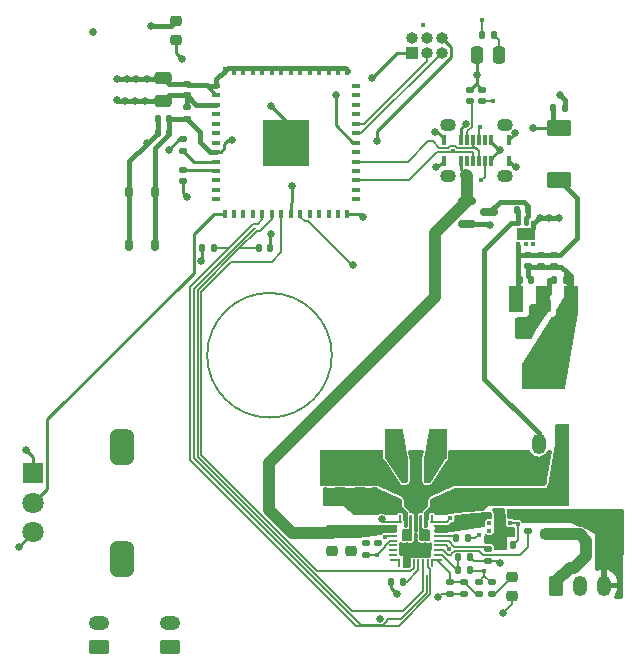
<source format=gbr>
%TF.GenerationSoftware,KiCad,Pcbnew,7.0.6*%
%TF.CreationDate,2024-03-18T22:30:39-04:00*%
%TF.ProjectId,Transmitter,5472616e-736d-4697-9474-65722e6b6963,rev?*%
%TF.SameCoordinates,Original*%
%TF.FileFunction,Copper,L1,Top*%
%TF.FilePolarity,Positive*%
%FSLAX46Y46*%
G04 Gerber Fmt 4.6, Leading zero omitted, Abs format (unit mm)*
G04 Created by KiCad (PCBNEW 7.0.6) date 2024-03-18 22:30:39*
%MOMM*%
%LPD*%
G01*
G04 APERTURE LIST*
G04 Aperture macros list*
%AMRoundRect*
0 Rectangle with rounded corners*
0 $1 Rounding radius*
0 $2 $3 $4 $5 $6 $7 $8 $9 X,Y pos of 4 corners*
0 Add a 4 corners polygon primitive as box body*
4,1,4,$2,$3,$4,$5,$6,$7,$8,$9,$2,$3,0*
0 Add four circle primitives for the rounded corners*
1,1,$1+$1,$2,$3*
1,1,$1+$1,$4,$5*
1,1,$1+$1,$6,$7*
1,1,$1+$1,$8,$9*
0 Add four rect primitives between the rounded corners*
20,1,$1+$1,$2,$3,$4,$5,0*
20,1,$1+$1,$4,$5,$6,$7,0*
20,1,$1+$1,$6,$7,$8,$9,0*
20,1,$1+$1,$8,$9,$2,$3,0*%
G04 Aperture macros list end*
%TA.AperFunction,NonConductor*%
%ADD10C,0.200000*%
%TD*%
%TA.AperFunction,SMDPad,CuDef*%
%ADD11RoundRect,0.135000X-0.135000X-0.185000X0.135000X-0.185000X0.135000X0.185000X-0.135000X0.185000X0*%
%TD*%
%TA.AperFunction,SMDPad,CuDef*%
%ADD12RoundRect,0.135000X-0.185000X0.135000X-0.185000X-0.135000X0.185000X-0.135000X0.185000X0.135000X0*%
%TD*%
%TA.AperFunction,ComponentPad*%
%ADD13R,1.000000X1.000000*%
%TD*%
%TA.AperFunction,ComponentPad*%
%ADD14O,1.000000X1.000000*%
%TD*%
%TA.AperFunction,SMDPad,CuDef*%
%ADD15RoundRect,0.140000X-0.140000X-0.170000X0.140000X-0.170000X0.140000X0.170000X-0.140000X0.170000X0*%
%TD*%
%TA.AperFunction,ComponentPad*%
%ADD16RoundRect,0.250000X0.625000X-0.350000X0.625000X0.350000X-0.625000X0.350000X-0.625000X-0.350000X0*%
%TD*%
%TA.AperFunction,ComponentPad*%
%ADD17O,1.750000X1.200000*%
%TD*%
%TA.AperFunction,SMDPad,CuDef*%
%ADD18RoundRect,0.140000X-0.170000X0.140000X-0.170000X-0.140000X0.170000X-0.140000X0.170000X0.140000X0*%
%TD*%
%TA.AperFunction,SMDPad,CuDef*%
%ADD19RoundRect,0.225000X-0.250000X0.225000X-0.250000X-0.225000X0.250000X-0.225000X0.250000X0.225000X0*%
%TD*%
%TA.AperFunction,SMDPad,CuDef*%
%ADD20RoundRect,0.140000X0.170000X-0.140000X0.170000X0.140000X-0.170000X0.140000X-0.170000X-0.140000X0*%
%TD*%
%TA.AperFunction,ComponentPad*%
%ADD21RoundRect,0.250000X-0.350000X-0.625000X0.350000X-0.625000X0.350000X0.625000X-0.350000X0.625000X0*%
%TD*%
%TA.AperFunction,ComponentPad*%
%ADD22O,1.200000X1.750000*%
%TD*%
%TA.AperFunction,SMDPad,CuDef*%
%ADD23RoundRect,0.140000X0.140000X0.170000X-0.140000X0.170000X-0.140000X-0.170000X0.140000X-0.170000X0*%
%TD*%
%TA.AperFunction,SMDPad,CuDef*%
%ADD24RoundRect,0.225000X0.250000X-0.225000X0.250000X0.225000X-0.250000X0.225000X-0.250000X-0.225000X0*%
%TD*%
%TA.AperFunction,ComponentPad*%
%ADD25R,1.800000X1.800000*%
%TD*%
%TA.AperFunction,ComponentPad*%
%ADD26C,1.800000*%
%TD*%
%TA.AperFunction,ComponentPad*%
%ADD27RoundRect,0.500000X-0.500000X-1.000000X0.500000X-1.000000X0.500000X1.000000X-0.500000X1.000000X0*%
%TD*%
%TA.AperFunction,SMDPad,CuDef*%
%ADD28RoundRect,0.250000X-0.250000X-0.475000X0.250000X-0.475000X0.250000X0.475000X-0.250000X0.475000X0*%
%TD*%
%TA.AperFunction,SMDPad,CuDef*%
%ADD29RoundRect,0.175000X0.175000X-0.325000X0.175000X0.325000X-0.175000X0.325000X-0.175000X-0.325000X0*%
%TD*%
%TA.AperFunction,SMDPad,CuDef*%
%ADD30RoundRect,0.218750X0.256250X-0.218750X0.256250X0.218750X-0.256250X0.218750X-0.256250X-0.218750X0*%
%TD*%
%TA.AperFunction,SMDPad,CuDef*%
%ADD31RoundRect,0.250000X0.800000X-0.450000X0.800000X0.450000X-0.800000X0.450000X-0.800000X-0.450000X0*%
%TD*%
%TA.AperFunction,SMDPad,CuDef*%
%ADD32R,0.800000X0.400000*%
%TD*%
%TA.AperFunction,SMDPad,CuDef*%
%ADD33R,0.400000X0.800000*%
%TD*%
%TA.AperFunction,SMDPad,CuDef*%
%ADD34R,4.000000X4.000000*%
%TD*%
%TA.AperFunction,SMDPad,CuDef*%
%ADD35RoundRect,0.135000X0.135000X0.185000X-0.135000X0.185000X-0.135000X-0.185000X0.135000X-0.185000X0*%
%TD*%
%TA.AperFunction,SMDPad,CuDef*%
%ADD36RoundRect,0.050000X-0.425000X-0.050000X0.425000X-0.050000X0.425000X0.050000X-0.425000X0.050000X0*%
%TD*%
%TA.AperFunction,SMDPad,CuDef*%
%ADD37RoundRect,0.050000X-0.050000X-0.300000X0.050000X-0.300000X0.050000X0.300000X-0.050000X0.300000X0*%
%TD*%
%TA.AperFunction,SMDPad,CuDef*%
%ADD38RoundRect,0.050000X-0.250000X-0.050000X0.250000X-0.050000X0.250000X0.050000X-0.250000X0.050000X0*%
%TD*%
%TA.AperFunction,SMDPad,CuDef*%
%ADD39RoundRect,0.050000X-0.400000X-0.050000X0.400000X-0.050000X0.400000X0.050000X-0.400000X0.050000X0*%
%TD*%
%TA.AperFunction,SMDPad,CuDef*%
%ADD40RoundRect,0.050000X-0.050000X-0.250000X0.050000X-0.250000X0.050000X0.250000X-0.050000X0.250000X0*%
%TD*%
%TA.AperFunction,SMDPad,CuDef*%
%ADD41RoundRect,0.050000X0.050000X-0.300000X0.050000X0.300000X-0.050000X0.300000X-0.050000X-0.300000X0*%
%TD*%
%TA.AperFunction,SMDPad,CuDef*%
%ADD42RoundRect,0.050000X-0.300000X-0.050000X0.300000X-0.050000X0.300000X0.050000X-0.300000X0.050000X0*%
%TD*%
%TA.AperFunction,SMDPad,CuDef*%
%ADD43RoundRect,0.050000X-0.275000X-0.050000X0.275000X-0.050000X0.275000X0.050000X-0.275000X0.050000X0*%
%TD*%
%TA.AperFunction,SMDPad,CuDef*%
%ADD44RoundRect,0.050000X-0.290000X-0.050000X0.290000X-0.050000X0.290000X0.050000X-0.290000X0.050000X0*%
%TD*%
%TA.AperFunction,SMDPad,CuDef*%
%ADD45RoundRect,0.050000X-0.050000X-0.450000X0.050000X-0.450000X0.050000X0.450000X-0.050000X0.450000X0*%
%TD*%
%TA.AperFunction,SMDPad,CuDef*%
%ADD46RoundRect,0.135000X0.185000X-0.135000X0.185000X0.135000X-0.185000X0.135000X-0.185000X-0.135000X0*%
%TD*%
%TA.AperFunction,SMDPad,CuDef*%
%ADD47RoundRect,0.150000X-0.587500X-0.150000X0.587500X-0.150000X0.587500X0.150000X-0.587500X0.150000X0*%
%TD*%
%TA.AperFunction,SMDPad,CuDef*%
%ADD48RoundRect,0.093750X-0.093750X-0.106250X0.093750X-0.106250X0.093750X0.106250X-0.093750X0.106250X0*%
%TD*%
%TA.AperFunction,SMDPad,CuDef*%
%ADD49R,1.000000X1.600000*%
%TD*%
%TA.AperFunction,SMDPad,CuDef*%
%ADD50R,1.500000X2.500000*%
%TD*%
%TA.AperFunction,ComponentPad*%
%ADD51RoundRect,0.250000X0.350000X0.625000X-0.350000X0.625000X-0.350000X-0.625000X0.350000X-0.625000X0*%
%TD*%
%TA.AperFunction,SMDPad,CuDef*%
%ADD52RoundRect,0.250000X0.475000X-0.250000X0.475000X0.250000X-0.475000X0.250000X-0.475000X-0.250000X0*%
%TD*%
%TA.AperFunction,SMDPad,CuDef*%
%ADD53RoundRect,0.093750X0.106250X-0.093750X0.106250X0.093750X-0.106250X0.093750X-0.106250X-0.093750X0*%
%TD*%
%TA.AperFunction,SMDPad,CuDef*%
%ADD54R,1.600000X1.000000*%
%TD*%
%TA.AperFunction,SMDPad,CuDef*%
%ADD55R,1.200000X2.200000*%
%TD*%
%TA.AperFunction,SMDPad,CuDef*%
%ADD56R,3.500000X2.200000*%
%TD*%
%TA.AperFunction,SMDPad,CuDef*%
%ADD57RoundRect,0.125000X-0.125000X0.125000X-0.125000X-0.125000X0.125000X-0.125000X0.125000X0.125000X0*%
%TD*%
%TA.AperFunction,SMDPad,CuDef*%
%ADD58O,1.346200X1.092200*%
%TD*%
%TA.AperFunction,SMDPad,CuDef*%
%ADD59R,0.304800X0.863600*%
%TD*%
%TA.AperFunction,ViaPad*%
%ADD60C,0.650000*%
%TD*%
%TA.AperFunction,ViaPad*%
%ADD61C,0.450000*%
%TD*%
%TA.AperFunction,Conductor*%
%ADD62C,0.154000*%
%TD*%
%TA.AperFunction,Conductor*%
%ADD63C,0.254000*%
%TD*%
%TA.AperFunction,Conductor*%
%ADD64C,1.000000*%
%TD*%
%TA.AperFunction,Conductor*%
%ADD65C,0.450000*%
%TD*%
%TA.AperFunction,Conductor*%
%ADD66C,0.203200*%
%TD*%
G04 APERTURE END LIST*
D10*
X167777310Y-87500000D02*
G75*
G03*
X167777310Y-87500000I-5277310J0D01*
G01*
D11*
%TO.P,R1,1*%
%TO.N,GND*%
X172790000Y-106700000D03*
%TO.P,R1,2*%
%TO.N,/CE*%
X173810000Y-106700000D03*
%TD*%
D12*
%TO.P,R20,1*%
%TO.N,+3.3V*%
X155500000Y-66490000D03*
%TO.P,R20,2*%
%TO.N,/ESP_EN*%
X155500000Y-67510000D03*
%TD*%
D13*
%TO.P,J5,1,Pin_1*%
%TO.N,/ESP_EN*%
X174530000Y-61870000D03*
D14*
%TO.P,J5,2,Pin_2*%
%TO.N,+3.3V*%
X174530000Y-60600000D03*
%TO.P,J5,3,Pin_3*%
%TO.N,/ESP_TX*%
X175800000Y-61870000D03*
%TO.P,J5,4,Pin_4*%
%TO.N,GND*%
X175800000Y-60600000D03*
%TO.P,J5,5,Pin_5*%
%TO.N,/ESP_RX*%
X177070000Y-61870000D03*
%TO.P,J5,6,Pin_6*%
%TO.N,/ESP_IO0*%
X177070000Y-60600000D03*
%TD*%
D15*
%TO.P,C7,1*%
%TO.N,/PMID*%
X173420000Y-100000000D03*
%TO.P,C7,2*%
%TO.N,GND*%
X174380000Y-100000000D03*
%TD*%
D16*
%TO.P,J3,1,Pin_1*%
%TO.N,GND*%
X148050000Y-112200000D03*
D17*
%TO.P,J3,2,Pin_2*%
%TO.N,/DN_BTN*%
X148050000Y-110200000D03*
%TD*%
D18*
%TO.P,R14,1*%
%TO.N,/DN_BTN*%
X155200000Y-71820000D03*
%TO.P,R14,2*%
%TO.N,+3.3V*%
X155200000Y-72780000D03*
%TD*%
D19*
%TO.P,C2,1*%
%TO.N,/VUSB*%
X167800000Y-102525000D03*
%TO.P,C2,2*%
%TO.N,GND*%
X167800000Y-104075000D03*
%TD*%
D20*
%TO.P,R9,1*%
%TO.N,/UP_BTN*%
X155200000Y-70180000D03*
%TO.P,R9,2*%
%TO.N,+3.3V*%
X155200000Y-69220000D03*
%TD*%
D15*
%TO.P,R7,1*%
%TO.N,/VUSB*%
X186520000Y-66600000D03*
%TO.P,R7,2*%
%TO.N,GND*%
X187480000Y-66600000D03*
%TD*%
D12*
%TO.P,R16,1*%
%TO.N,/TS*%
X179000000Y-106690000D03*
%TO.P,R16,2*%
%TO.N,GND*%
X179000000Y-107710000D03*
%TD*%
%TO.P,R12,1*%
%TO.N,/REGN*%
X180200000Y-106690000D03*
%TO.P,R12,2*%
%TO.N,/TS*%
X180200000Y-107710000D03*
%TD*%
D21*
%TO.P,J4,1,Pin_1*%
%TO.N,GND*%
X186800000Y-107000000D03*
D22*
%TO.P,J4,2,Pin_2*%
%TO.N,unconnected-(J4-Pin_2-Pad2)*%
X188800000Y-107000000D03*
%TO.P,J4,3,Pin_3*%
%TO.N,/BAT+*%
X190800000Y-107000000D03*
%TD*%
D23*
%TO.P,C21,1*%
%TO.N,/SDRV*%
X183080000Y-103600000D03*
%TO.P,C21,2*%
%TO.N,GND*%
X182120000Y-103600000D03*
%TD*%
%TO.P,R19,1*%
%TO.N,+3.3V*%
X162580000Y-78400000D03*
%TO.P,R19,2*%
%TO.N,/SCL*%
X161620000Y-78400000D03*
%TD*%
D24*
%TO.P,C14,1*%
%TO.N,/VSYS*%
X183800000Y-99575000D03*
%TO.P,C14,2*%
%TO.N,GND*%
X183800000Y-98025000D03*
%TD*%
%TO.P,C8,1*%
%TO.N,/PMID*%
X167700000Y-99650000D03*
%TO.P,C8,2*%
%TO.N,GND*%
X167700000Y-98100000D03*
%TD*%
%TO.P,C22,1*%
%TO.N,/VSYS*%
X180500000Y-99575000D03*
%TO.P,C22,2*%
%TO.N,GND*%
X180500000Y-98025000D03*
%TD*%
D15*
%TO.P,C26,1*%
%TO.N,/VBUS*%
X183720000Y-81100000D03*
%TO.P,C26,2*%
%TO.N,GND*%
X184680000Y-81100000D03*
%TD*%
D25*
%TO.P,RV1,1,1*%
%TO.N,+3.3V*%
X142520000Y-97500000D03*
D26*
%TO.P,RV1,2,2*%
%TO.N,/POT*%
X142520000Y-100000000D03*
%TO.P,RV1,3,3*%
%TO.N,GND*%
X142520000Y-102500000D03*
D27*
%TO.P,RV1,MP*%
%TO.N,N/C*%
X150020000Y-95250000D03*
X150020000Y-104750000D03*
%TD*%
D28*
%TO.P,D2,1,K*%
%TO.N,GND*%
X180050000Y-62100000D03*
%TO.P,D2,2,A*%
%TO.N,Net-(D2-A)*%
X181950000Y-62100000D03*
%TD*%
D23*
%TO.P,C11,1*%
%TO.N,/VSYS*%
X176380000Y-100000000D03*
%TO.P,C11,2*%
%TO.N,GND*%
X175420000Y-100000000D03*
%TD*%
D29*
%TO.P,SW1,1,1*%
%TO.N,GND*%
X150625000Y-78150000D03*
X150625000Y-73650000D03*
%TO.P,SW1,2,2*%
%TO.N,/ESP_EN*%
X152775000Y-78150000D03*
X152775000Y-73650000D03*
%TD*%
D24*
%TO.P,C10,1*%
%TO.N,/PMID*%
X169300000Y-99675000D03*
%TO.P,C10,2*%
%TO.N,GND*%
X169300000Y-98125000D03*
%TD*%
D18*
%TO.P,C23,1*%
%TO.N,/VBUS*%
X184400000Y-79020000D03*
%TO.P,C23,2*%
%TO.N,GND*%
X184400000Y-79980000D03*
%TD*%
D30*
%TO.P,D1,1,K*%
%TO.N,/STAT*%
X183000000Y-107887500D03*
%TO.P,D1,2,A*%
%TO.N,Net-(D1-A)*%
X183000000Y-106312500D03*
%TD*%
D31*
%TO.P,D3,1,K*%
%TO.N,/VBUS*%
X187000000Y-72700000D03*
%TO.P,D3,2,A*%
%TO.N,/VUSB*%
X187000000Y-68300000D03*
%TD*%
D32*
%TO.P,IC1,1,GND_1*%
%TO.N,GND*%
X158000000Y-64700000D03*
%TO.P,IC1,2,GND_2*%
X158000000Y-65500000D03*
%TO.P,IC1,3,3V3*%
%TO.N,+3.3V*%
X158000000Y-66300000D03*
%TO.P,IC1,4,I36*%
%TO.N,unconnected-(IC1-I36-Pad4)*%
X158000000Y-67100000D03*
%TO.P,IC1,5,I37*%
%TO.N,/S4*%
X158000000Y-67900000D03*
%TO.P,IC1,6,I38*%
%TO.N,/M4*%
X158000000Y-68700000D03*
%TO.P,IC1,7,I39*%
%TO.N,/C4*%
X158000000Y-69500000D03*
%TO.P,IC1,8,EN*%
%TO.N,/ESP_EN*%
X158000000Y-70300000D03*
%TO.P,IC1,9,I34*%
%TO.N,/UP_BTN*%
X158000000Y-71100000D03*
%TO.P,IC1,10,I35*%
%TO.N,/DN_BTN*%
X158000000Y-71900000D03*
%TO.P,IC1,11,IO32*%
%TO.N,/M3*%
X158000000Y-72700000D03*
%TO.P,IC1,12,IO33*%
%TO.N,/S3*%
X158000000Y-73500000D03*
%TO.P,IC1,13,IO25*%
%TO.N,/S2*%
X158000000Y-74300000D03*
D33*
%TO.P,IC1,14,IO26*%
%TO.N,/POT*%
X158700000Y-75550000D03*
%TO.P,IC1,15,IO27*%
%TO.N,/C3*%
X159500000Y-75550000D03*
%TO.P,IC1,16,IO14*%
%TO.N,/C1*%
X160300000Y-75550000D03*
%TO.P,IC1,17,IO12*%
%TO.N,unconnected-(IC1-IO12-Pad17)*%
X161100000Y-75550000D03*
%TO.P,IC1,18,IO13*%
%TO.N,/SDA*%
X161900000Y-75550000D03*
%TO.P,IC1,19,IO15*%
%TO.N,/SCL*%
X162700000Y-75550000D03*
%TO.P,IC1,20,IO2*%
%TO.N,/QON*%
X163500000Y-75550000D03*
%TO.P,IC1,21,IO0*%
%TO.N,/ESP_IO0*%
X164300000Y-75550000D03*
%TO.P,IC1,22,IO4*%
%TO.N,/BC_INT*%
X165100000Y-75550000D03*
%TO.P,IC1,23,NC*%
%TO.N,unconnected-(IC1-NC-Pad23)*%
X165900000Y-75550000D03*
%TO.P,IC1,24,NC*%
%TO.N,unconnected-(IC1-NC-Pad24)*%
X166700000Y-75550000D03*
%TO.P,IC1,25,IO9*%
%TO.N,unconnected-(IC1-IO9-Pad25)*%
X167500000Y-75550000D03*
%TO.P,IC1,26,IO10*%
%TO.N,unconnected-(IC1-IO10-Pad26)*%
X168300000Y-75550000D03*
%TO.P,IC1,27,GND*%
%TO.N,GND*%
X169100000Y-75550000D03*
D32*
%TO.P,IC1,28,NC*%
%TO.N,unconnected-(IC1-NC-Pad28)*%
X169800000Y-74300000D03*
%TO.P,IC1,29,IO5*%
%TO.N,unconnected-(IC1-IO5-Pad29)*%
X169800000Y-73500000D03*
%TO.P,IC1,30,IO18*%
%TO.N,/D-*%
X169800000Y-72700000D03*
%TO.P,IC1,31,IO23*%
%TO.N,/M2*%
X169800000Y-71900000D03*
%TO.P,IC1,32,IO19*%
%TO.N,/D+*%
X169800000Y-71100000D03*
%TO.P,IC1,33,IO22*%
%TO.N,/C2*%
X169800000Y-70300000D03*
%TO.P,IC1,34,IO21*%
%TO.N,/ADDRS_LED*%
X169800000Y-69500000D03*
%TO.P,IC1,35,RXD0*%
%TO.N,/ESP_RX*%
X169800000Y-68700000D03*
%TO.P,IC1,36,TXD0*%
%TO.N,/ESP_TX*%
X169800000Y-67900000D03*
%TO.P,IC1,37,NC*%
%TO.N,unconnected-(IC1-NC-Pad37)*%
X169800000Y-67100000D03*
%TO.P,IC1,38,GND*%
%TO.N,GND*%
X169800000Y-66300000D03*
%TO.P,IC1,39,GND*%
X169800000Y-65500000D03*
%TO.P,IC1,40,GND*%
X169800000Y-64700000D03*
D33*
%TO.P,IC1,41,GND*%
X169100000Y-63450000D03*
%TO.P,IC1,42,GND*%
X168300000Y-63450000D03*
%TO.P,IC1,43,GND*%
X167500000Y-63450000D03*
%TO.P,IC1,44,GND*%
X166700000Y-63450000D03*
%TO.P,IC1,45,GND*%
X165900000Y-63450000D03*
%TO.P,IC1,46,GND*%
X165100000Y-63450000D03*
%TO.P,IC1,47,GND*%
X164300000Y-63450000D03*
%TO.P,IC1,48,GND*%
X163500000Y-63450000D03*
%TO.P,IC1,49,GND*%
X162700000Y-63450000D03*
%TO.P,IC1,50,GND*%
X161900000Y-63450000D03*
%TO.P,IC1,51,GND*%
X161100000Y-63450000D03*
%TO.P,IC1,52,GND*%
X160300000Y-63450000D03*
%TO.P,IC1,53,GND*%
X159500000Y-63450000D03*
%TO.P,IC1,54,GND*%
X158700000Y-63450000D03*
D34*
%TO.P,IC1,55,GND*%
X163900000Y-69500000D03*
%TD*%
D11*
%TO.P,R6,1*%
%TO.N,+3.3V*%
X180490000Y-60410000D03*
%TO.P,R6,2*%
%TO.N,Net-(D2-A)*%
X181510000Y-60410000D03*
%TD*%
D24*
%TO.P,C19,1*%
%TO.N,/VSYS*%
X178800000Y-99575000D03*
%TO.P,C19,2*%
%TO.N,GND*%
X178800000Y-98025000D03*
%TD*%
D35*
%TO.P,R2,1*%
%TO.N,/BC_INT*%
X179310000Y-103000000D03*
%TO.P,R2,2*%
%TO.N,/INT*%
X178290000Y-103000000D03*
%TD*%
D36*
%TO.P,BQ25792RQMR1,1,STAT*%
%TO.N,/STAT*%
X173175000Y-101600000D03*
D37*
X173550000Y-101350000D03*
D38*
%TO.P,BQ25792RQMR1,2,VBUS*%
%TO.N,/VUSB*%
X173000000Y-102000000D03*
%TO.P,BQ25792RQMR1,3,VBUS*%
X173000000Y-102400000D03*
%TO.P,BQ25792RQMR1,4,BTST1*%
%TO.N,/BTST1*%
X173000000Y-102800000D03*
%TO.P,BQ25792RQMR1,5,REGN*%
%TO.N,/REGN*%
X173000000Y-103200000D03*
%TO.P,BQ25792RQMR1,6,D+*%
%TO.N,unconnected-(BQ25792RQMR1-D+-Pad6)*%
X173000000Y-103600000D03*
%TO.P,BQ25792RQMR1,7,D-*%
%TO.N,unconnected-(BQ25792RQMR1-D--Pad7)*%
X173000000Y-104000000D03*
%TO.P,BQ25792RQMR1,8,VAC2*%
%TO.N,/VAC*%
X173000000Y-104400000D03*
D39*
%TO.P,BQ25792RQMR1,9,VAC1*%
X173150000Y-104800000D03*
D37*
X173500000Y-105050000D03*
D40*
%TO.P,BQ25792RQMR1,10,ACDRV2*%
%TO.N,GND*%
X173900000Y-105100000D03*
%TO.P,BQ25792RQMR1,11,ACDRV1*%
X174300000Y-105100000D03*
%TO.P,BQ25792RQMR1,12,nQON*%
%TO.N,/QON*%
X174700000Y-105100000D03*
%TO.P,BQ25792RQMR1,13,CE*%
%TO.N,/CE*%
X175100000Y-105100000D03*
%TO.P,BQ25792RQMR1,14,SCL*%
%TO.N,/SCL*%
X175500000Y-105100000D03*
%TO.P,BQ25792RQMR1,15,SDA*%
%TO.N,/SDA*%
X175900000Y-105100000D03*
D41*
%TO.P,BQ25792RQMR1,16,TS*%
%TO.N,/TS*%
X176300000Y-105050000D03*
D39*
X176650000Y-104800000D03*
D42*
%TO.P,BQ25792RQMR1,17,ILIM_HIZ*%
%TO.N,/ILIM_HIZ*%
X176750000Y-104400000D03*
D43*
%TO.P,BQ25792RQMR1,18,BATP*%
%TO.N,/BATP*%
X176775000Y-104000000D03*
D44*
%TO.P,BQ25792RQMR1,19,BTST2*%
%TO.N,/BTST2*%
X176762500Y-103600000D03*
D38*
%TO.P,BQ25792RQMR1,20,PROG*%
%TO.N,/PROG*%
X176800000Y-103200000D03*
%TO.P,BQ25792RQMR1,21,INT*%
%TO.N,/INT*%
X176800000Y-102800000D03*
%TO.P,BQ25792RQMR1,22,BAT*%
%TO.N,/VBAT*%
X176800000Y-102400000D03*
%TO.P,BQ25792RQMR1,23,BAT*%
X176800000Y-102000000D03*
D37*
%TO.P,BQ25792RQMR1,24,SDRV*%
%TO.N,/SDRV*%
X176250000Y-101350000D03*
D36*
X176625000Y-101600000D03*
D45*
%TO.P,BQ25792RQMR1,25,SYS*%
%TO.N,/VSYS*%
X175700000Y-101600000D03*
%TO.P,BQ25792RQMR1,26,SW2*%
%TO.N,/SW2*%
X175300000Y-101600000D03*
%TO.P,BQ25792RQMR1,27,GND*%
%TO.N,GND*%
X174900000Y-101600000D03*
%TO.P,BQ25792RQMR1,28,SW1*%
%TO.N,/SW1*%
X174500000Y-101600000D03*
%TO.P,BQ25792RQMR1,29,PMID*%
%TO.N,/PMID*%
X174100000Y-101600000D03*
%TD*%
D20*
%TO.P,C29,1*%
%TO.N,+3.3V*%
X155500000Y-65480000D03*
%TO.P,C29,2*%
%TO.N,GND*%
X155500000Y-64520000D03*
%TD*%
D11*
%TO.P,R11,1*%
%TO.N,/ILIM_HIZ*%
X178490000Y-105700000D03*
%TO.P,R11,2*%
%TO.N,/REGN*%
X179510000Y-105700000D03*
%TD*%
D24*
%TO.P,C17,1*%
%TO.N,/VSYS*%
X182200000Y-99575000D03*
%TO.P,C17,2*%
%TO.N,GND*%
X182200000Y-98025000D03*
%TD*%
D46*
%TO.P,R10,1*%
%TO.N,/BATP*%
X184400000Y-102410000D03*
%TO.P,R10,2*%
%TO.N,/BAT+*%
X184400000Y-101390000D03*
%TD*%
D19*
%TO.P,C25,1*%
%TO.N,+3.3V*%
X154600000Y-59225000D03*
%TO.P,C25,2*%
%TO.N,GND*%
X154600000Y-60775000D03*
%TD*%
D24*
%TO.P,C13,1*%
%TO.N,/VSYS*%
X185500000Y-99575000D03*
%TO.P,C13,2*%
%TO.N,GND*%
X185500000Y-98025000D03*
%TD*%
D20*
%TO.P,C9,1*%
%TO.N,/REGN*%
X170700000Y-104380000D03*
%TO.P,C9,2*%
%TO.N,GND*%
X170700000Y-103420000D03*
%TD*%
D12*
%TO.P,R15,1*%
%TO.N,/PROG*%
X181000000Y-103890000D03*
%TO.P,R15,2*%
%TO.N,GND*%
X181000000Y-104910000D03*
%TD*%
D47*
%TO.P,Q1,1,G*%
%TO.N,/VUSB*%
X179225000Y-74450000D03*
%TO.P,Q1,2,S*%
%TO.N,GND*%
X179225000Y-76350000D03*
%TO.P,Q1,3,D*%
%TO.N,Net-(Q1-D)*%
X181100000Y-75400000D03*
%TD*%
D12*
%TO.P,R13,1*%
%TO.N,/TS*%
X177800000Y-106690000D03*
%TO.P,R13,2*%
%TO.N,GND*%
X177800000Y-107710000D03*
%TD*%
D48*
%TO.P,U2,1,VOUT*%
%TO.N,/VBAT*%
X181112500Y-101050000D03*
%TO.P,U2,2,QOD*%
%TO.N,unconnected-(U2-QOD-Pad2)*%
X181112500Y-101700000D03*
%TO.P,U2,3,CT*%
%TO.N,unconnected-(U2-CT-Pad3)*%
X181112500Y-102350000D03*
%TO.P,U2,4,GND*%
%TO.N,GND*%
X182887500Y-102350000D03*
%TO.P,U2,5,EN/UVLO*%
%TO.N,/SDRV*%
X182887500Y-101700000D03*
%TO.P,U2,6,VIN*%
%TO.N,/BAT+*%
X182887500Y-101050000D03*
D49*
%TO.P,U2,7,GND*%
%TO.N,GND*%
X182000000Y-101700000D03*
%TD*%
D23*
%TO.P,C3,1*%
%TO.N,/ESP_EN*%
X153980000Y-68700000D03*
%TO.P,C3,2*%
%TO.N,GND*%
X153020000Y-68700000D03*
%TD*%
D19*
%TO.P,C15,1*%
%TO.N,/BAT+*%
X187500000Y-101125000D03*
%TO.P,C15,2*%
%TO.N,GND*%
X187500000Y-102675000D03*
%TD*%
D20*
%TO.P,R4,1*%
%TO.N,Net-(J1-CC2)*%
X180500000Y-65980000D03*
%TO.P,R4,2*%
%TO.N,GND*%
X180500000Y-65020000D03*
%TD*%
D50*
%TO.P,L1,1*%
%TO.N,/SW2*%
X176750000Y-95000000D03*
%TO.P,L1,2*%
%TO.N,/SW1*%
X173050000Y-95000000D03*
%TD*%
D18*
%TO.P,R5,1*%
%TO.N,/REGN*%
X181300000Y-106720000D03*
%TO.P,R5,2*%
%TO.N,Net-(D1-A)*%
X181300000Y-107680000D03*
%TD*%
D20*
%TO.P,R3,1*%
%TO.N,Net-(J1-CC1)*%
X179500000Y-65980000D03*
%TO.P,R3,2*%
%TO.N,GND*%
X179500000Y-65020000D03*
%TD*%
D16*
%TO.P,J2,1,Pin_1*%
%TO.N,GND*%
X154050000Y-112200000D03*
D17*
%TO.P,J2,2,Pin_2*%
%TO.N,/UP_BTN*%
X154050000Y-110200000D03*
%TD*%
D18*
%TO.P,C20,1*%
%TO.N,/VBUS*%
X185500000Y-79020000D03*
%TO.P,C20,2*%
%TO.N,GND*%
X185500000Y-79980000D03*
%TD*%
D11*
%TO.P,R17,1*%
%TO.N,/ILIM_HIZ*%
X178490000Y-104600000D03*
%TO.P,R17,2*%
%TO.N,GND*%
X179510000Y-104600000D03*
%TD*%
D51*
%TO.P,SW2,1,A*%
%TO.N,/VSYS*%
X187300000Y-95050000D03*
D22*
%TO.P,SW2,2,B*%
%TO.N,Net-(SW2-B)*%
X185300000Y-95050000D03*
%TD*%
D52*
%TO.P,C28,1*%
%TO.N,+3.3V*%
X153500000Y-65950000D03*
%TO.P,C28,2*%
%TO.N,GND*%
X153500000Y-64050000D03*
%TD*%
D53*
%TO.P,U1,1,VOUT*%
%TO.N,/VBUS*%
X183550000Y-78087500D03*
%TO.P,U1,2,QOD*%
%TO.N,unconnected-(U1-QOD-Pad2)*%
X184200000Y-78087500D03*
%TO.P,U1,3,CT*%
%TO.N,unconnected-(U1-CT-Pad3)*%
X184850000Y-78087500D03*
%TO.P,U1,4,GND*%
%TO.N,GND*%
X184850000Y-76312500D03*
%TO.P,U1,5,EN/UVLO*%
%TO.N,Net-(Q1-D)*%
X184200000Y-76312500D03*
%TO.P,U1,6,VIN*%
%TO.N,Net-(SW2-B)*%
X183550000Y-76312500D03*
D54*
%TO.P,U1,7,GND*%
%TO.N,GND*%
X184200000Y-77200000D03*
%TD*%
D18*
%TO.P,C1,1*%
%TO.N,/VUSB*%
X171700000Y-102420000D03*
%TO.P,C1,2*%
%TO.N,GND*%
X171700000Y-103380000D03*
%TD*%
D23*
%TO.P,C30,1*%
%TO.N,/ESP_EN*%
X153980000Y-67500000D03*
%TO.P,C30,2*%
%TO.N,GND*%
X153020000Y-67500000D03*
%TD*%
D18*
%TO.P,C16,1*%
%TO.N,/VBUS*%
X186600000Y-79020000D03*
%TO.P,C16,2*%
%TO.N,GND*%
X186600000Y-79980000D03*
%TD*%
D15*
%TO.P,R18,1*%
%TO.N,+3.3V*%
X156820000Y-78400000D03*
%TO.P,R18,2*%
%TO.N,/SDA*%
X157780000Y-78400000D03*
%TD*%
D23*
%TO.P,C24,1*%
%TO.N,/BAT+*%
X190480000Y-104200000D03*
%TO.P,C24,2*%
%TO.N,GND*%
X189520000Y-104200000D03*
%TD*%
D19*
%TO.P,C6,1*%
%TO.N,/VUSB*%
X169400000Y-102525000D03*
%TO.P,C6,2*%
%TO.N,GND*%
X169400000Y-104075000D03*
%TD*%
D15*
%TO.P,C27,1*%
%TO.N,+3.3V*%
X186620000Y-81100000D03*
%TO.P,C27,2*%
%TO.N,GND*%
X187580000Y-81100000D03*
%TD*%
D55*
%TO.P,U3,1,GND*%
%TO.N,GND*%
X188000000Y-82700000D03*
%TO.P,U3,2,VO*%
%TO.N,+3.3V*%
X185700000Y-82700000D03*
%TO.P,U3,3,VI*%
%TO.N,/VBUS*%
X183400000Y-82700000D03*
D56*
%TO.P,U3,4,GND*%
%TO.N,GND*%
X185700000Y-89300000D03*
%TD*%
D23*
%TO.P,R8,1*%
%TO.N,Net-(Q1-D)*%
X184380000Y-75200000D03*
%TO.P,R8,2*%
%TO.N,Net-(SW2-B)*%
X183420000Y-75200000D03*
%TD*%
D57*
%TO.P,D4,1,K*%
%TO.N,/BAT+*%
X189300000Y-101000000D03*
%TO.P,D4,2,A*%
%TO.N,GND*%
X189300000Y-103200000D03*
%TD*%
D19*
%TO.P,C18,1*%
%TO.N,/BAT+*%
X185900000Y-101125000D03*
%TO.P,C18,2*%
%TO.N,GND*%
X185900000Y-102675000D03*
%TD*%
D58*
%TO.P,J1,17*%
%TO.N,N/C*%
X177600000Y-68000000D03*
%TO.P,J1,18*%
X182400000Y-68000000D03*
%TO.P,J1,19*%
X177600000Y-72300002D03*
%TO.P,J1,20*%
X182400000Y-72300002D03*
D59*
%TO.P,J1,A1,GND*%
%TO.N,GND*%
X177250000Y-69285001D03*
%TO.P,J1,A4,VBUS*%
%TO.N,/VUSB*%
X178750000Y-69285001D03*
%TO.P,J1,A5,CC1*%
%TO.N,Net-(J1-CC1)*%
X179249999Y-69285001D03*
%TO.P,J1,A6,D+*%
%TO.N,/D+*%
X179750000Y-69285001D03*
%TO.P,J1,A7,D-*%
%TO.N,/D-*%
X180250000Y-69285001D03*
%TO.P,J1,A8,SBU1*%
%TO.N,unconnected-(J1-SBU1-PadA8)*%
X180750001Y-69285001D03*
%TO.P,J1,A9,VBUS*%
%TO.N,/VUSB*%
X181250000Y-69285001D03*
%TO.P,J1,A12,GND*%
%TO.N,GND*%
X182750000Y-69285001D03*
%TO.P,J1,B1,GND*%
X182750000Y-71015001D03*
%TO.P,J1,B4,VBUS*%
%TO.N,/VUSB*%
X181250000Y-71015001D03*
%TO.P,J1,B5,CC2*%
%TO.N,Net-(J1-CC2)*%
X180750001Y-71015001D03*
%TO.P,J1,B6,D+*%
%TO.N,/D+*%
X180250000Y-71015001D03*
%TO.P,J1,B7,D-*%
%TO.N,/D-*%
X179750000Y-71015001D03*
%TO.P,J1,B8,SBU2*%
%TO.N,unconnected-(J1-SBU2-PadB8)*%
X179249999Y-71015001D03*
%TO.P,J1,B9,VBUS*%
%TO.N,/VUSB*%
X178750000Y-71015001D03*
%TO.P,J1,B12,GND*%
%TO.N,GND*%
X177250000Y-71015001D03*
%TD*%
D24*
%TO.P,C12,1*%
%TO.N,/PMID*%
X170900000Y-99650000D03*
%TO.P,C12,2*%
%TO.N,GND*%
X170900000Y-98100000D03*
%TD*%
D60*
%TO.N,/VUSB*%
X182000000Y-70100000D03*
%TO.N,/STAT*%
X172000000Y-101400000D03*
X182300000Y-109300000D03*
%TO.N,/VUSB*%
X179100000Y-67900000D03*
X179100000Y-72200000D03*
X184800000Y-68300000D03*
D61*
%TO.N,/BTST1*%
X172300000Y-102900000D03*
%TO.N,/REGN*%
X180700000Y-105800000D03*
X171600000Y-104400000D03*
D60*
%TO.N,GND*%
X185600000Y-86600000D03*
X187200000Y-86600000D03*
X141300000Y-103700000D03*
X169200000Y-96600000D03*
X152100000Y-64100000D03*
X174900000Y-104200000D03*
X167200000Y-96600000D03*
X186000000Y-87300000D03*
X149600000Y-64100000D03*
X171900000Y-109800000D03*
X171400000Y-96600000D03*
X182400000Y-96600000D03*
X187100000Y-65500000D03*
X182000000Y-102900000D03*
X183300000Y-68700000D03*
X150400000Y-64100000D03*
X181200000Y-103100000D03*
X152100000Y-69500000D03*
X147600000Y-60100000D03*
X176800000Y-108000000D03*
X181400000Y-96600000D03*
X185700000Y-96600000D03*
X180050000Y-63800000D03*
X185200000Y-87300000D03*
X184503500Y-96600000D03*
X175500000Y-103700000D03*
X168200000Y-96600000D03*
X186000000Y-85900000D03*
X173300000Y-107700000D03*
X180300000Y-96600000D03*
X174300000Y-103700000D03*
X151200000Y-64100000D03*
X186800000Y-85900000D03*
X179200000Y-96600000D03*
X155100000Y-62400000D03*
X181200000Y-76500000D03*
X174900000Y-96600000D03*
X162600000Y-66400000D03*
X183400500Y-96600000D03*
X170400000Y-75800000D03*
X186400000Y-86600000D03*
X186200000Y-75900000D03*
X170300000Y-96600000D03*
X176600000Y-71600000D03*
X185400000Y-75900000D03*
X182000000Y-105100000D03*
X183400000Y-71600000D03*
D61*
X175500000Y-59500000D03*
D60*
X187000000Y-75900000D03*
X176500000Y-68600000D03*
X186800000Y-87300000D03*
D61*
%TO.N,/BTST2*%
X177703778Y-103884241D03*
%TO.N,/SDRV*%
X183500000Y-101800000D03*
X177800000Y-101300000D03*
%TO.N,/SW2*%
X175900000Y-102500000D03*
X175400000Y-102500000D03*
X175400000Y-103000000D03*
D60*
X175900000Y-98000000D03*
X175900000Y-96600000D03*
D61*
X175900000Y-103000000D03*
D60*
X175900000Y-97300000D03*
D61*
%TO.N,/SW1*%
X173900000Y-103000000D03*
D60*
X173900000Y-97300000D03*
D61*
X174400000Y-102500000D03*
X174400000Y-103000000D03*
D60*
X173900000Y-96600000D03*
D61*
X173900000Y-102500000D03*
X174400000Y-103000000D03*
D60*
X173900000Y-98000000D03*
%TO.N,+3.3V*%
X156700000Y-79500000D03*
X152450000Y-59650000D03*
X152000000Y-66000000D03*
X155500000Y-74100000D03*
X184500000Y-84900000D03*
X184500000Y-85700000D03*
X183700000Y-84900000D03*
X154000000Y-70100000D03*
D61*
X180500000Y-59100000D03*
D60*
X149600000Y-65900000D03*
X183700000Y-85700000D03*
X162600000Y-77200000D03*
X150300000Y-66000000D03*
X141900000Y-95500000D03*
X151100000Y-66000000D03*
%TO.N,/ESP_EN*%
X171200000Y-64000000D03*
X159300000Y-69300000D03*
%TO.N,/ADDRS_LED*%
X168100000Y-65500000D03*
%TO.N,/ESP_IO0*%
X164400000Y-73200000D03*
X171600000Y-69400000D03*
D61*
%TO.N,/D-*%
X180300000Y-68200000D03*
X178000000Y-70251500D03*
%TO.N,/BC_INT*%
X180200000Y-102700000D03*
D60*
X169600000Y-79900000D03*
D61*
%TO.N,Net-(J1-CC2)*%
X180422395Y-72701500D03*
X181400000Y-66000000D03*
%TD*%
D62*
%TO.N,Net-(J1-CC2)*%
X180750001Y-72373894D02*
X180750001Y-70865000D01*
X180422395Y-72701500D02*
X180750001Y-72373894D01*
%TO.N,/BC_INT*%
X165473000Y-76177000D02*
X165100000Y-75804000D01*
X165100000Y-75804000D02*
X165100000Y-75400000D01*
X165777000Y-76177000D02*
X165473000Y-76177000D01*
X169500000Y-79900000D02*
X165777000Y-76177000D01*
X169600000Y-79900000D02*
X169500000Y-79900000D01*
%TO.N,/D+*%
X174200000Y-71100000D02*
X169800000Y-71100000D01*
X175900000Y-69400000D02*
X174200000Y-71100000D01*
X176870600Y-69943801D02*
X176326799Y-69400000D01*
X177629400Y-69943801D02*
X176870600Y-69943801D01*
X178226799Y-69800000D02*
X177773201Y-69800000D01*
X178401999Y-69975200D02*
X178226799Y-69800000D01*
X177773201Y-69800000D02*
X177629400Y-69943801D01*
X180052000Y-69975200D02*
X178401999Y-69975200D01*
X180088400Y-70011600D02*
X180052000Y-69975200D01*
X176326799Y-69400000D02*
X175900000Y-69400000D01*
X179750000Y-69793801D02*
X179750000Y-69135000D01*
X179967799Y-70011600D02*
X179750000Y-69793801D01*
X180088400Y-70011600D02*
X179967799Y-70011600D01*
%TO.N,/D-*%
X174309052Y-72700000D02*
X169800000Y-72700000D01*
X176709052Y-70300000D02*
X174309052Y-72700000D01*
X179729200Y-70300000D02*
X176709052Y-70300000D01*
X179750000Y-70865000D02*
X179750000Y-70279200D01*
X179750000Y-70279200D02*
X179729200Y-70300000D01*
D63*
%TO.N,/VUSB*%
X182000000Y-70197400D02*
X181958800Y-70156200D01*
X182000000Y-70100000D02*
X182000000Y-70197400D01*
X181902600Y-70100000D02*
X182000000Y-70100000D01*
D62*
%TO.N,/STAT*%
X183000000Y-107887500D02*
X183000000Y-108600000D01*
X173175000Y-101600000D02*
X172200000Y-101600000D01*
X183000000Y-108600000D02*
X182300000Y-109300000D01*
X172200000Y-101600000D02*
X172000000Y-101400000D01*
D64*
%TO.N,/VUSB*%
X179225000Y-72325000D02*
X179100000Y-72200000D01*
D63*
X184800000Y-68300000D02*
X187000000Y-68300000D01*
D64*
X176500000Y-82600000D02*
X162500000Y-96600000D01*
D63*
X181250000Y-69135000D02*
X181250000Y-69447400D01*
X178750000Y-71850000D02*
X178750000Y-70865000D01*
D64*
X179225000Y-74450000D02*
X176500000Y-77175000D01*
X176500000Y-77175000D02*
X176500000Y-82600000D01*
D63*
X181250000Y-69447400D02*
X181902600Y-70100000D01*
X179100000Y-72200000D02*
X178750000Y-71850000D01*
X178750000Y-68250000D02*
X178750000Y-69135000D01*
D64*
X162500000Y-96600000D02*
X162500000Y-100600000D01*
D63*
X179100000Y-67900000D02*
X178750000Y-68250000D01*
D65*
X186520000Y-66600000D02*
X186520000Y-67820000D01*
D64*
X162500000Y-100600000D02*
X164425000Y-102525000D01*
D63*
X181250000Y-70865000D02*
X181958800Y-70156200D01*
D65*
X186520000Y-67820000D02*
X187000000Y-68300000D01*
D64*
X179225000Y-74450000D02*
X179225000Y-72325000D01*
X164425000Y-102525000D02*
X167800000Y-102525000D01*
D66*
%TO.N,/BTST1*%
X172400000Y-102800000D02*
X172300000Y-102900000D01*
X173000000Y-102800000D02*
X172400000Y-102800000D01*
D62*
%TO.N,/REGN*%
X180700000Y-106200000D02*
X181220000Y-106720000D01*
D66*
X172674015Y-103200000D02*
X172261600Y-103612415D01*
X172261600Y-103612415D02*
X172261600Y-103738400D01*
X171620000Y-104380000D02*
X171600000Y-104400000D01*
D62*
X181220000Y-106720000D02*
X181500000Y-106720000D01*
D66*
X172261600Y-103738400D02*
X171620000Y-104380000D01*
D62*
X180210000Y-106690000D02*
X180700000Y-106200000D01*
D66*
X180700000Y-105800000D02*
X179720000Y-105800000D01*
X179720000Y-105800000D02*
X179420000Y-105500000D01*
D62*
X180200000Y-106690000D02*
X180210000Y-106690000D01*
X180700000Y-106200000D02*
X180700000Y-105800000D01*
D66*
X173000000Y-103200000D02*
X172674015Y-103200000D01*
X171600000Y-104400000D02*
X170700000Y-104380000D01*
D65*
%TO.N,GND*%
X152220000Y-69500000D02*
X153020000Y-68700000D01*
D66*
X179510000Y-104600000D02*
X179820000Y-104910000D01*
D65*
X158000000Y-64700000D02*
X158000000Y-64150000D01*
D63*
X163900000Y-69500000D02*
X163900000Y-67700000D01*
D65*
X156500000Y-64600000D02*
X155580000Y-64600000D01*
X150400000Y-64100000D02*
X149600000Y-64100000D01*
D63*
X183300000Y-71600000D02*
X183400000Y-71600000D01*
X155680000Y-64700000D02*
X158000000Y-64700000D01*
X177250000Y-71050000D02*
X176700000Y-71600000D01*
D65*
X184850000Y-76750000D02*
X184850000Y-76350000D01*
D63*
X170150000Y-75550000D02*
X170400000Y-75800000D01*
D65*
X149600000Y-64100000D02*
X149650000Y-64050000D01*
D63*
X176700000Y-71600000D02*
X176600000Y-71600000D01*
D66*
X179820000Y-104910000D02*
X181000000Y-104910000D01*
D63*
X183300000Y-68700000D02*
X183185000Y-68700000D01*
D65*
X187580000Y-81180000D02*
X188000000Y-81600000D01*
D64*
X188325000Y-105475000D02*
X189300000Y-104500000D01*
D65*
X151200000Y-64100000D02*
X150400000Y-64100000D01*
D63*
X182750000Y-71050000D02*
X183300000Y-71600000D01*
X154600000Y-61900000D02*
X155100000Y-62400000D01*
X176715000Y-68600000D02*
X177250000Y-69135000D01*
X177250000Y-70865000D02*
X177250000Y-71050000D01*
D64*
X189300000Y-104500000D02*
X189300000Y-103200000D01*
D63*
X180050000Y-64470000D02*
X179500000Y-65020000D01*
D65*
X153020000Y-68700000D02*
X153020000Y-67500000D01*
D63*
X176600000Y-71700000D02*
X176700000Y-71600000D01*
D64*
X187975000Y-105475000D02*
X188325000Y-105475000D01*
D63*
X172790000Y-106700000D02*
X172790000Y-107190000D01*
D65*
X153970000Y-64520000D02*
X153500000Y-64050000D01*
X155580000Y-64600000D02*
X155500000Y-64520000D01*
X158950000Y-63200000D02*
X168889950Y-63200000D01*
D63*
X180050000Y-62100000D02*
X180050000Y-64470000D01*
D65*
X157200000Y-64600000D02*
X156500000Y-64600000D01*
D63*
X154600000Y-60775000D02*
X154600000Y-61900000D01*
D64*
X188775000Y-102675000D02*
X189300000Y-103200000D01*
D65*
X181050000Y-76350000D02*
X181200000Y-76500000D01*
X186200000Y-75900000D02*
X187000000Y-75900000D01*
X185400000Y-75900000D02*
X186200000Y-75900000D01*
D63*
X183400000Y-71600000D02*
X183400000Y-71700000D01*
D65*
X153500000Y-64050000D02*
X152100000Y-64100000D01*
D63*
X180050000Y-64570000D02*
X180500000Y-65020000D01*
D64*
X187500000Y-102675000D02*
X188775000Y-102675000D01*
D65*
X158000000Y-64700000D02*
X157300000Y-64700000D01*
D62*
X176990000Y-107710000D02*
X176800000Y-108000000D01*
D64*
X185900000Y-102675000D02*
X187500000Y-102675000D01*
D63*
X155500000Y-64520000D02*
X155680000Y-64700000D01*
X180050000Y-64470000D02*
X180050000Y-64570000D01*
D65*
X184420000Y-80000000D02*
X187200000Y-80000000D01*
X188000000Y-80800000D02*
X188000000Y-81600000D01*
D63*
X183300000Y-68700000D02*
X182750000Y-69250000D01*
D66*
X181000000Y-104910000D02*
X181810000Y-104910000D01*
D63*
X176600000Y-71600000D02*
X176600000Y-71700000D01*
X176500000Y-68600000D02*
X176715000Y-68600000D01*
X157100000Y-64600000D02*
X156500000Y-64600000D01*
D65*
X184200000Y-77400000D02*
X184850000Y-76750000D01*
X187480000Y-65880000D02*
X187100000Y-65500000D01*
X152100000Y-69620000D02*
X152100000Y-69500000D01*
D66*
X181810000Y-104910000D02*
X182000000Y-105100000D01*
D65*
X187600000Y-80400000D02*
X188000000Y-80800000D01*
D62*
X177800000Y-107710000D02*
X179000000Y-107710000D01*
D65*
X187580000Y-81100000D02*
X187580000Y-81180000D01*
X168889950Y-63200000D02*
X169119975Y-63430025D01*
D63*
X158000000Y-65500000D02*
X157100000Y-64600000D01*
D65*
X155500000Y-64520000D02*
X153970000Y-64520000D01*
X158000000Y-64150000D02*
X158700000Y-63450000D01*
D63*
X183400000Y-71700000D02*
X183300000Y-71600000D01*
D65*
X184400000Y-79980000D02*
X184420000Y-80000000D01*
X187580000Y-80420000D02*
X187600000Y-80400000D01*
D63*
X172790000Y-107190000D02*
X173300000Y-107700000D01*
D65*
X179225000Y-76350000D02*
X181050000Y-76350000D01*
X152100000Y-69500000D02*
X152220000Y-69500000D01*
X150625000Y-71095000D02*
X152100000Y-69620000D01*
D63*
X142500000Y-102500000D02*
X141300000Y-103700000D01*
D62*
X177800000Y-107710000D02*
X176990000Y-107710000D01*
D65*
X184850000Y-76350000D02*
X185300000Y-75900000D01*
D64*
X186800000Y-106650000D02*
X187975000Y-105475000D01*
D62*
X176800000Y-108000000D02*
X176800000Y-107900000D01*
D63*
X169100000Y-75550000D02*
X170150000Y-75550000D01*
D65*
X187580000Y-81100000D02*
X187580000Y-80420000D01*
X152100000Y-64100000D02*
X151200000Y-64100000D01*
X158700000Y-63450000D02*
X158950000Y-63200000D01*
X188000000Y-81600000D02*
X188000000Y-82700000D01*
X187200000Y-80000000D02*
X187600000Y-80400000D01*
X157300000Y-64700000D02*
X157200000Y-64600000D01*
D63*
X163900000Y-67700000D02*
X162600000Y-66400000D01*
D65*
X150625000Y-73650000D02*
X150625000Y-78150000D01*
X187480000Y-66600000D02*
X187480000Y-65880000D01*
D63*
X142520000Y-102500000D02*
X142500000Y-102500000D01*
D65*
X185300000Y-75900000D02*
X185400000Y-75900000D01*
X184680000Y-81100000D02*
X184400000Y-80820000D01*
X184400000Y-80820000D02*
X184400000Y-79980000D01*
X150625000Y-73650000D02*
X150625000Y-71095000D01*
D63*
X182750000Y-70865000D02*
X182750000Y-71050000D01*
D62*
%TO.N,/QON*%
X159239760Y-79600000D02*
X162700000Y-79600000D01*
X163500000Y-78800000D02*
X163500000Y-75550000D01*
X166529920Y-105800000D02*
X156712000Y-95982080D01*
X174700000Y-105500000D02*
X174400000Y-105800000D01*
X174400000Y-105800000D02*
X166529920Y-105800000D01*
X162700000Y-79600000D02*
X163500000Y-78800000D01*
X156712000Y-95982080D02*
X156712000Y-82127760D01*
X156712000Y-82127760D02*
X159239760Y-79600000D01*
X174700000Y-105100000D02*
X174700000Y-105500000D01*
%TO.N,/CE*%
X173600000Y-106690000D02*
X174110000Y-106690000D01*
X175100000Y-105700000D02*
X175100000Y-105100000D01*
X174110000Y-106690000D02*
X175100000Y-105700000D01*
%TO.N,/SCL*%
X162700000Y-75550000D02*
X162700000Y-76000000D01*
X173804000Y-109196000D02*
X175500000Y-107500000D01*
X159954920Y-78454920D02*
X156408000Y-82001840D01*
X161600000Y-78500000D02*
X161554920Y-78454920D01*
X161409840Y-77000000D02*
X159954920Y-78454920D01*
X162700000Y-76000000D02*
X161700000Y-77000000D01*
X175500000Y-107500000D02*
X175500000Y-105100000D01*
X156408000Y-96108000D02*
X169496000Y-109196000D01*
X161554920Y-78454920D02*
X159954920Y-78454920D01*
X156408000Y-82001840D02*
X156408000Y-96108000D01*
X161700000Y-77000000D02*
X161409840Y-77000000D01*
X169496000Y-109196000D02*
X173804000Y-109196000D01*
%TO.N,/SDA*%
X173459840Y-110400000D02*
X176108000Y-107751840D01*
X170222080Y-110352000D02*
X156104000Y-96233920D01*
X175800000Y-107629920D02*
X175804000Y-107625920D01*
X175804000Y-107625920D02*
X175804000Y-106096000D01*
X172452000Y-109800000D02*
X172452000Y-110028646D01*
X156104000Y-81875920D02*
X161279920Y-76700000D01*
X176108000Y-107751840D02*
X176108000Y-105599737D01*
X173629920Y-109800000D02*
X172452000Y-109800000D01*
X159100000Y-78400000D02*
X157780000Y-78400000D01*
X175800000Y-107629920D02*
X173629920Y-109800000D01*
X156104000Y-96233920D02*
X156104000Y-81875920D01*
X172128646Y-110352000D02*
X170222080Y-110352000D01*
X161500000Y-76400000D02*
X161100000Y-76400000D01*
X175800000Y-107629920D02*
X175800000Y-107600000D01*
X172452000Y-110028646D02*
X172128646Y-110352000D01*
X176108000Y-105599737D02*
X175900000Y-105391737D01*
X161100000Y-76400000D02*
X159100000Y-78400000D01*
X175900000Y-105391737D02*
X175900000Y-105100000D01*
X155800000Y-96359841D02*
X169840159Y-110400000D01*
X161279920Y-76700000D02*
X161300000Y-76700000D01*
X155800000Y-81700000D02*
X155800000Y-96359841D01*
X169840159Y-110400000D02*
X173459840Y-110400000D01*
X159125000Y-78375000D02*
X155800000Y-81700000D01*
X161900000Y-76000000D02*
X161500000Y-76400000D01*
X161900000Y-75550000D02*
X161900000Y-76000000D01*
%TO.N,/TS*%
X180020000Y-107710000D02*
X179000000Y-106690000D01*
X176650000Y-104800000D02*
X177800000Y-105950000D01*
X177800000Y-105950000D02*
X177800000Y-106690000D01*
X180200000Y-107710000D02*
X180020000Y-107710000D01*
X179000000Y-106690000D02*
X177800000Y-106690000D01*
%TO.N,/ILIM_HIZ*%
X176750000Y-104400000D02*
X177091737Y-104400000D01*
X178290000Y-105598263D02*
X178290000Y-105600000D01*
X177091737Y-104400000D02*
X178290000Y-105598263D01*
D66*
X178300000Y-105600000D02*
X178400000Y-105500000D01*
D62*
X178490000Y-105700000D02*
X178490000Y-104600000D01*
%TO.N,/BATP*%
X177900000Y-104400000D02*
X177900000Y-104358055D01*
X180253000Y-104053000D02*
X180587000Y-104387000D01*
X177180312Y-104000000D02*
X177580312Y-104400000D01*
X180587000Y-104387000D02*
X183713000Y-104387000D01*
X177900000Y-104358055D02*
X178205055Y-104053000D01*
X177580312Y-104400000D02*
X177900000Y-104400000D01*
X176775000Y-104000000D02*
X177180312Y-104000000D01*
X183713000Y-104387000D02*
X184400000Y-103700000D01*
X184400000Y-103700000D02*
X184400000Y-102410000D01*
X178205055Y-104053000D02*
X180253000Y-104053000D01*
D66*
%TO.N,/BTST2*%
X177703778Y-103884241D02*
X177419537Y-103600000D01*
X177419537Y-103600000D02*
X176762500Y-103600000D01*
D62*
%TO.N,/PROG*%
X178158055Y-103700000D02*
X180810000Y-103700000D01*
X180810000Y-103700000D02*
X181000000Y-103890000D01*
X176800000Y-103200000D02*
X177658055Y-103200000D01*
X177658055Y-103200000D02*
X178158055Y-103700000D01*
%TO.N,/INT*%
X176800000Y-102800000D02*
X178090000Y-102800000D01*
X178090000Y-102800000D02*
X178290000Y-103000000D01*
X178290000Y-103000000D02*
X178290000Y-103200000D01*
%TO.N,/SDRV*%
X183500000Y-103180000D02*
X183500000Y-101800000D01*
D66*
X183400000Y-101700000D02*
X183500000Y-101800000D01*
X177500000Y-101600000D02*
X176625000Y-101600000D01*
D62*
X183080000Y-103600000D02*
X183500000Y-103180000D01*
D66*
X182887500Y-101700000D02*
X183400000Y-101700000D01*
X177800000Y-101300000D02*
X177500000Y-101600000D01*
D65*
%TO.N,/VBUS*%
X188500000Y-74200000D02*
X188500000Y-77600000D01*
X187100000Y-79000000D02*
X183650000Y-79000000D01*
X183400000Y-81900000D02*
X183400000Y-82700000D01*
X188500000Y-77600000D02*
X187100000Y-79000000D01*
X187000000Y-72700000D02*
X188500000Y-74200000D01*
X183650000Y-79000000D02*
X183550000Y-78900000D01*
X183550000Y-81550000D02*
X183550000Y-78287500D01*
X183400000Y-82700000D02*
X183050000Y-82350000D01*
%TO.N,+3.3V*%
X151100000Y-66000000D02*
X151050000Y-65950000D01*
X153970000Y-65480000D02*
X153500000Y-65950000D01*
X149650000Y-65950000D02*
X149600000Y-65900000D01*
X158000000Y-66300000D02*
X156320000Y-66300000D01*
X152000000Y-66000000D02*
X151950000Y-65950000D01*
D62*
X180490000Y-60410000D02*
X180500000Y-59100000D01*
D63*
X142520000Y-96120000D02*
X141900000Y-95500000D01*
X155200000Y-69220000D02*
X154880000Y-69220000D01*
X162580000Y-78400000D02*
X162580000Y-77220000D01*
D65*
X150250000Y-65950000D02*
X149650000Y-65950000D01*
X151050000Y-65950000D02*
X150350000Y-65950000D01*
D62*
X180500000Y-59100000D02*
X180490000Y-59110000D01*
D63*
X154880000Y-69220000D02*
X154000000Y-70100000D01*
X155200000Y-72800000D02*
X155200000Y-73800000D01*
D65*
X186200000Y-82200000D02*
X185700000Y-82700000D01*
X151950000Y-65950000D02*
X151150000Y-65950000D01*
D63*
X155200000Y-73800000D02*
X155500000Y-74100000D01*
D65*
X153500000Y-65950000D02*
X152050000Y-65950000D01*
X154175000Y-59650000D02*
X154600000Y-59225000D01*
X186620000Y-81100000D02*
X186200000Y-81100000D01*
X156320000Y-66300000D02*
X155500000Y-65480000D01*
D63*
X142520000Y-97500000D02*
X142520000Y-96120000D01*
D65*
X186200000Y-81100000D02*
X186200000Y-82200000D01*
X150350000Y-65950000D02*
X150300000Y-66000000D01*
X150300000Y-66000000D02*
X150250000Y-65950000D01*
D63*
X156820000Y-78400000D02*
X156820000Y-79380000D01*
D65*
X151150000Y-65950000D02*
X151100000Y-66000000D01*
D63*
X162580000Y-77220000D02*
X162600000Y-77200000D01*
D65*
X155500000Y-66490000D02*
X155500000Y-65480000D01*
X152450000Y-59650000D02*
X154175000Y-59650000D01*
X152050000Y-65950000D02*
X152000000Y-66000000D01*
D63*
X156820000Y-79380000D02*
X156700000Y-79500000D01*
X155200000Y-72780000D02*
X155200000Y-72800000D01*
D65*
X155500000Y-65480000D02*
X153970000Y-65480000D01*
%TO.N,/ESP_EN*%
X152775000Y-73650000D02*
X152775000Y-78150000D01*
D63*
X158677000Y-69623000D02*
X159000000Y-69300000D01*
D65*
X153980000Y-68778320D02*
X152800000Y-69958320D01*
X156600000Y-69450000D02*
X156600000Y-68610000D01*
X156600000Y-68610000D02*
X155500000Y-67510000D01*
X157450000Y-70300000D02*
X156600000Y-69450000D01*
D63*
X158000000Y-70300000D02*
X158354000Y-70300000D01*
D65*
X152800000Y-69958320D02*
X152800000Y-73625000D01*
X152800000Y-73625000D02*
X152775000Y-73650000D01*
X153990000Y-67510000D02*
X153980000Y-67500000D01*
X158000000Y-70300000D02*
X157450000Y-70300000D01*
X153980000Y-67500000D02*
X153980000Y-68700000D01*
X155500000Y-67510000D02*
X153990000Y-67510000D01*
D63*
X159000000Y-69300000D02*
X159300000Y-69300000D01*
D65*
X153980000Y-68700000D02*
X153980000Y-68778320D01*
D63*
X158354000Y-70300000D02*
X158677000Y-69977000D01*
X158677000Y-69977000D02*
X158677000Y-69623000D01*
X174530000Y-61870000D02*
X173330000Y-61870000D01*
X173330000Y-61870000D02*
X171200000Y-64000000D01*
%TO.N,/ADDRS_LED*%
X169600000Y-69500000D02*
X168100000Y-68000000D01*
X168100000Y-68000000D02*
X168100000Y-65500000D01*
X169800000Y-69500000D02*
X169600000Y-69500000D01*
%TO.N,/ESP_IO0*%
X164400000Y-73200000D02*
X164400000Y-74550000D01*
X164400000Y-74550000D02*
X164300000Y-74650000D01*
X177847000Y-62253000D02*
X177847000Y-61377000D01*
X164300000Y-74650000D02*
X164300000Y-75550000D01*
X171600000Y-69400000D02*
X171600000Y-68500000D01*
X171600000Y-68500000D02*
X177847000Y-62253000D01*
X177847000Y-61377000D02*
X177070000Y-60600000D01*
%TO.N,/POT*%
X158700000Y-75550000D02*
X157800000Y-75550000D01*
X156098000Y-77252000D02*
X156098000Y-80502000D01*
X156098000Y-80502000D02*
X143697000Y-92903000D01*
X157800000Y-75550000D02*
X156098000Y-77252000D01*
X143697000Y-92903000D02*
X143697000Y-98823000D01*
X143697000Y-98823000D02*
X142520000Y-100000000D01*
D62*
%TO.N,/D-*%
X180250000Y-68250000D02*
X180300000Y-68200000D01*
X180250000Y-69135000D02*
X180250000Y-68250000D01*
D63*
%TO.N,/DN_BTN*%
X157920000Y-71820000D02*
X155200000Y-71820000D01*
X158000000Y-71900000D02*
X157920000Y-71820000D01*
D62*
%TO.N,/D+*%
X180250000Y-70173200D02*
X180088400Y-70011600D01*
X180250000Y-70865000D02*
X180250000Y-70173200D01*
D63*
%TO.N,/UP_BTN*%
X158000000Y-71100000D02*
X156120000Y-71100000D01*
X156120000Y-71100000D02*
X155200000Y-70180000D01*
D66*
%TO.N,/ESP_RX*%
X170240000Y-68700000D02*
X177070000Y-61870000D01*
X169800000Y-68700000D02*
X170240000Y-68700000D01*
%TO.N,/ESP_TX*%
X175800000Y-62577106D02*
X170477106Y-67900000D01*
X175800000Y-61870000D02*
X175800000Y-62577106D01*
X170477106Y-67900000D02*
X169800000Y-67900000D01*
D65*
%TO.N,Net-(Q1-D)*%
X184015000Y-74515000D02*
X184380000Y-74880000D01*
X181985000Y-74515000D02*
X184015000Y-74515000D01*
X184380000Y-75720000D02*
X184200000Y-75900000D01*
X184380000Y-75200000D02*
X184380000Y-75720000D01*
X184200000Y-75900000D02*
X184200000Y-76312500D01*
X181100000Y-75400000D02*
X181985000Y-74515000D01*
X184380000Y-74880000D02*
X184380000Y-75200000D01*
D62*
%TO.N,/BC_INT*%
X179900000Y-103000000D02*
X180200000Y-102700000D01*
X179310000Y-103000000D02*
X179900000Y-103000000D01*
%TO.N,Net-(D2-A)*%
X181510000Y-60410000D02*
X181950000Y-60850000D01*
X181950000Y-60850000D02*
X181950000Y-62100000D01*
D65*
%TO.N,Net-(SW2-B)*%
X183550000Y-75330000D02*
X183550000Y-76312500D01*
X183420000Y-75200000D02*
X183550000Y-75330000D01*
X180700000Y-78600000D02*
X180700000Y-89500000D01*
X180700000Y-89500000D02*
X185300000Y-94100000D01*
X183550000Y-76312500D02*
X182987500Y-76312500D01*
X185300000Y-94100000D02*
X185300000Y-95050000D01*
X182987500Y-76312500D02*
X180700000Y-78600000D01*
D66*
%TO.N,Net-(D1-A)*%
X181300000Y-107680000D02*
X181632500Y-107680000D01*
X181632500Y-107680000D02*
X183000000Y-106312500D01*
D62*
%TO.N,Net-(J1-CC1)*%
X179500000Y-65980000D02*
X179652000Y-66132000D01*
X179652000Y-68147199D02*
X179249999Y-68549200D01*
X179652000Y-66132000D02*
X179652000Y-68147199D01*
X179249999Y-68549200D02*
X179249999Y-69135000D01*
%TO.N,Net-(J1-CC2)*%
X180500000Y-65980000D02*
X181380000Y-65980000D01*
X181380000Y-65980000D02*
X181400000Y-66000000D01*
%TD*%
%TA.AperFunction,Conductor*%
%TO.N,/SW2*%
G36*
X177443039Y-93819685D02*
G01*
X177488794Y-93872489D01*
X177500000Y-93924000D01*
X177500000Y-96162456D01*
X177480315Y-96229495D01*
X177479174Y-96231239D01*
X176136811Y-98244783D01*
X176083246Y-98289644D01*
X176033637Y-98300000D01*
X175724000Y-98300000D01*
X175656961Y-98280315D01*
X175611206Y-98227511D01*
X175600000Y-98176000D01*
X175600000Y-96309859D01*
X175601557Y-96290268D01*
X175983295Y-93904409D01*
X176013324Y-93841322D01*
X176072694Y-93804484D01*
X176105738Y-93800000D01*
X177376000Y-93800000D01*
X177443039Y-93819685D01*
G37*
%TD.AperFunction*%
%TD*%
%TA.AperFunction,Conductor*%
%TO.N,/PMID*%
G36*
X167381953Y-98695778D02*
G01*
X167414364Y-98700500D01*
X167414367Y-98700500D01*
X167985633Y-98700500D01*
X167985636Y-98700500D01*
X168018046Y-98695778D01*
X168035922Y-98694483D01*
X168870994Y-98694483D01*
X168925453Y-98707082D01*
X168941375Y-98714866D01*
X169014364Y-98725500D01*
X169014370Y-98725500D01*
X169585630Y-98725500D01*
X169585636Y-98725500D01*
X169658625Y-98714866D01*
X169674546Y-98707082D01*
X169729006Y-98694483D01*
X170564078Y-98694483D01*
X170581953Y-98695778D01*
X170614364Y-98700500D01*
X170614367Y-98700500D01*
X171185633Y-98700500D01*
X171185636Y-98700500D01*
X171218046Y-98695778D01*
X171235922Y-98694483D01*
X171571982Y-98694483D01*
X171625294Y-98706528D01*
X173629312Y-99660822D01*
X173681376Y-99707417D01*
X173700000Y-99772777D01*
X173700000Y-100294483D01*
X174204105Y-100882605D01*
X174232787Y-100946313D01*
X174222472Y-101015418D01*
X174221734Y-101016982D01*
X174211196Y-101038923D01*
X174211196Y-101038924D01*
X174195979Y-101119816D01*
X174195011Y-101124066D01*
X174194981Y-101124297D01*
X174195000Y-101125599D01*
X174195000Y-101970999D01*
X174175315Y-102038038D01*
X174122511Y-102083793D01*
X174071000Y-102094999D01*
X174057775Y-102094999D01*
X174033569Y-102092613D01*
X174031082Y-102092118D01*
X174030551Y-102092013D01*
X174012442Y-102086954D01*
X173976266Y-102073819D01*
X173965175Y-102069792D01*
X173964773Y-102069647D01*
X173964772Y-102069646D01*
X173962134Y-102068695D01*
X173905757Y-102027422D01*
X173880656Y-101962359D01*
X173800000Y-100994483D01*
X173799999Y-100994483D01*
X173799160Y-100984414D01*
X173796857Y-100981117D01*
X173795652Y-100981923D01*
X173744552Y-100905447D01*
X173678230Y-100861132D01*
X173678229Y-100861131D01*
X173619752Y-100849500D01*
X173619748Y-100849500D01*
X173480252Y-100849500D01*
X173480247Y-100849500D01*
X173421770Y-100861131D01*
X173421769Y-100861132D01*
X173355447Y-100905447D01*
X173332779Y-100939374D01*
X173279167Y-100984179D01*
X173229677Y-100994483D01*
X172284925Y-100994483D01*
X172217889Y-100974800D01*
X172199561Y-100963022D01*
X172199557Y-100963020D01*
X172199556Y-100963020D01*
X172068368Y-100924500D01*
X172068367Y-100924500D01*
X171931633Y-100924500D01*
X171931632Y-100924500D01*
X171800443Y-100963020D01*
X171800440Y-100963021D01*
X171800439Y-100963022D01*
X171782110Y-100974800D01*
X171715075Y-100994483D01*
X169646592Y-100994483D01*
X169579553Y-100974798D01*
X169564938Y-100963803D01*
X169211889Y-100654886D01*
X168800000Y-100294483D01*
X168799999Y-100294483D01*
X167124000Y-100294483D01*
X167056961Y-100274798D01*
X167011206Y-100221994D01*
X167000000Y-100170483D01*
X167000000Y-98818483D01*
X167019685Y-98751444D01*
X167072489Y-98705689D01*
X167124000Y-98694483D01*
X167364078Y-98694483D01*
X167381953Y-98695778D01*
G37*
%TD.AperFunction*%
%TD*%
%TA.AperFunction,Conductor*%
%TO.N,/VSYS*%
G36*
X187843039Y-93319685D02*
G01*
X187888794Y-93372489D01*
X187900000Y-93424000D01*
X187900000Y-100176000D01*
X187880315Y-100243039D01*
X187827511Y-100288794D01*
X187776000Y-100300000D01*
X181000000Y-100300000D01*
X180603095Y-100647290D01*
X180539681Y-100676621D01*
X180530276Y-100677655D01*
X178243688Y-100840982D01*
X178243689Y-100840982D01*
X178233767Y-100842336D01*
X178197715Y-100849640D01*
X178139001Y-100874947D01*
X178138993Y-100874951D01*
X178081892Y-100915204D01*
X178075942Y-100919613D01*
X178073259Y-100922272D01*
X178069939Y-100924064D01*
X178068821Y-100924893D01*
X178068701Y-100924732D01*
X178011776Y-100955462D01*
X177942109Y-100950142D01*
X177929707Y-100944655D01*
X177929246Y-100944420D01*
X177917482Y-100938426D01*
X177917480Y-100938425D01*
X177917477Y-100938424D01*
X177800003Y-100919819D01*
X177799997Y-100919819D01*
X177682522Y-100938424D01*
X177682521Y-100938424D01*
X177649083Y-100955462D01*
X177588195Y-100986485D01*
X177531903Y-101000000D01*
X176574009Y-101000000D01*
X176506970Y-100980315D01*
X176470908Y-100944892D01*
X176444552Y-100905448D01*
X176418177Y-100887824D01*
X176378230Y-100861132D01*
X176378229Y-100861131D01*
X176319752Y-100849500D01*
X176319748Y-100849500D01*
X176180252Y-100849500D01*
X176180247Y-100849500D01*
X176121770Y-100861131D01*
X176121769Y-100861132D01*
X176055447Y-100905447D01*
X176011133Y-100971769D01*
X176009562Y-100975562D01*
X176001017Y-100987791D01*
X175919589Y-101964918D01*
X175894405Y-102030091D01*
X175837983Y-102071303D01*
X175833073Y-102072954D01*
X175780207Y-102089508D01*
X175773782Y-102091149D01*
X175768339Y-102092233D01*
X175766432Y-102092612D01*
X175742222Y-102094999D01*
X175729000Y-102094999D01*
X175661961Y-102075314D01*
X175616206Y-102022510D01*
X175605000Y-101970999D01*
X175605000Y-101131915D01*
X175605704Y-101129514D01*
X175605000Y-101124164D01*
X175605000Y-101124160D01*
X175604483Y-101122231D01*
X175603209Y-101116341D01*
X175591714Y-101047043D01*
X175591000Y-101043060D01*
X175580262Y-101020956D01*
X175568674Y-100952054D01*
X175596176Y-100887824D01*
X175597547Y-100886194D01*
X176100000Y-100300000D01*
X176100000Y-99778293D01*
X176119685Y-99711255D01*
X176170688Y-99666339D01*
X178174706Y-98712045D01*
X178228018Y-98700000D01*
X185999999Y-98700000D01*
X186000000Y-98700000D01*
X186032314Y-98529193D01*
X186056656Y-98481577D01*
X186053853Y-98479576D01*
X186059821Y-98471215D01*
X186059826Y-98471211D01*
X186114866Y-98358625D01*
X186125500Y-98285636D01*
X186125500Y-98048269D01*
X186127661Y-98025219D01*
X186700000Y-95000000D01*
X186700000Y-93424000D01*
X186719685Y-93356961D01*
X186772489Y-93311206D01*
X186824000Y-93300000D01*
X187776000Y-93300000D01*
X187843039Y-93319685D01*
G37*
%TD.AperFunction*%
%TD*%
%TA.AperFunction,Conductor*%
%TO.N,GND*%
G36*
X188543039Y-82619685D02*
G01*
X188588794Y-82672489D01*
X188600000Y-82724000D01*
X188600000Y-83889579D01*
X188598262Y-83910269D01*
X187517483Y-90296690D01*
X187486888Y-90359506D01*
X187427190Y-90395808D01*
X187395221Y-90400000D01*
X184024000Y-90400000D01*
X183956961Y-90380315D01*
X183911206Y-90327511D01*
X183900000Y-90276000D01*
X183900000Y-88335031D01*
X183918331Y-88270146D01*
X186324694Y-84351211D01*
X186376545Y-84304386D01*
X186401845Y-84295423D01*
X186407475Y-84294091D01*
X186407483Y-84294091D01*
X186542331Y-84243796D01*
X186657546Y-84157546D01*
X186743796Y-84042331D01*
X186794091Y-83907483D01*
X186800500Y-83847873D01*
X186800499Y-83611357D01*
X186818828Y-83546479D01*
X187363701Y-82659114D01*
X187415555Y-82612286D01*
X187469370Y-82600000D01*
X188476000Y-82600000D01*
X188543039Y-82619685D01*
G37*
%TD.AperFunction*%
%TD*%
%TA.AperFunction,Conductor*%
%TO.N,/VUSB*%
G36*
X173243039Y-101919685D02*
G01*
X173288794Y-101972489D01*
X173300000Y-102024000D01*
X173300000Y-102393618D01*
X173280315Y-102460657D01*
X173227511Y-102506412D01*
X173194855Y-102516176D01*
X172998023Y-102546458D01*
X172979168Y-102547900D01*
X172465846Y-102547900D01*
X172427648Y-102538724D01*
X172426766Y-102541442D01*
X172417480Y-102538425D01*
X172300003Y-102519819D01*
X172299997Y-102519819D01*
X172182522Y-102538424D01*
X172182521Y-102538424D01*
X172076533Y-102592428D01*
X172076529Y-102592431D01*
X171993600Y-102675361D01*
X171932277Y-102708846D01*
X171922673Y-102710543D01*
X170021455Y-102969801D01*
X169804171Y-102999431D01*
X169795787Y-103000000D01*
X167424000Y-103000000D01*
X167356961Y-102980315D01*
X167311206Y-102927511D01*
X167300000Y-102876000D01*
X167300000Y-102024000D01*
X167319685Y-101956961D01*
X167372489Y-101911206D01*
X167424000Y-101900000D01*
X173176000Y-101900000D01*
X173243039Y-101919685D01*
G37*
%TD.AperFunction*%
%TD*%
%TA.AperFunction,Conductor*%
%TO.N,+3.3V*%
G36*
X186243039Y-82719685D02*
G01*
X186288794Y-82772489D01*
X186300000Y-82824000D01*
X186300000Y-83570980D01*
X186299413Y-83579499D01*
X186294999Y-83611355D01*
X186294999Y-83709369D01*
X186275314Y-83776408D01*
X186222510Y-83822163D01*
X186212421Y-83826245D01*
X186207742Y-83827903D01*
X186207729Y-83827908D01*
X186207730Y-83827908D01*
X186157169Y-83848968D01*
X186157160Y-83848973D01*
X186037753Y-83929219D01*
X186037742Y-83929228D01*
X185987273Y-83974805D01*
X185986456Y-83975499D01*
X185985889Y-83976055D01*
X185893921Y-84086701D01*
X185893916Y-84086708D01*
X185083486Y-85406553D01*
X184693983Y-86040886D01*
X184642131Y-86087713D01*
X184588316Y-86100000D01*
X183424000Y-86100000D01*
X183356961Y-86080315D01*
X183311206Y-86027511D01*
X183300000Y-85976000D01*
X183300000Y-84424499D01*
X183319685Y-84357460D01*
X183372489Y-84311705D01*
X183423997Y-84300499D01*
X184047872Y-84300499D01*
X184107483Y-84294091D01*
X184242331Y-84243796D01*
X184357546Y-84157546D01*
X184443796Y-84042331D01*
X184494091Y-83907483D01*
X184500500Y-83847873D01*
X184500499Y-83323303D01*
X184520183Y-83256267D01*
X184572987Y-83210512D01*
X184624433Y-83199306D01*
X185100000Y-83199057D01*
X185100000Y-82824000D01*
X185119685Y-82756961D01*
X185172489Y-82711206D01*
X185224000Y-82700000D01*
X186176000Y-82700000D01*
X186243039Y-82719685D01*
G37*
%TD.AperFunction*%
%TD*%
%TA.AperFunction,Conductor*%
%TO.N,/SW2*%
G36*
X175392555Y-101019685D02*
G01*
X175438310Y-101072489D01*
X175446881Y-101124160D01*
X175449500Y-101124160D01*
X175449500Y-102069752D01*
X175461131Y-102128229D01*
X175461132Y-102128230D01*
X175505447Y-102194552D01*
X175571769Y-102238867D01*
X175571770Y-102238868D01*
X175630247Y-102250499D01*
X175630250Y-102250500D01*
X175630252Y-102250500D01*
X175769750Y-102250500D01*
X175769751Y-102250499D01*
X175798989Y-102244683D01*
X175828227Y-102238868D01*
X175828227Y-102238867D01*
X175828231Y-102238867D01*
X175832315Y-102236138D01*
X175898989Y-102215259D01*
X175956659Y-102228329D01*
X176031456Y-102265728D01*
X176082613Y-102313313D01*
X176100000Y-102376635D01*
X176100000Y-103076000D01*
X176080315Y-103143039D01*
X176027511Y-103188794D01*
X175976000Y-103200000D01*
X175324000Y-103200000D01*
X175256961Y-103180315D01*
X175211206Y-103127511D01*
X175200000Y-103076000D01*
X175200000Y-101124000D01*
X175219685Y-101056961D01*
X175272489Y-101011206D01*
X175324000Y-101000000D01*
X175325516Y-101000000D01*
X175392555Y-101019685D01*
G37*
%TD.AperFunction*%
%TD*%
%TA.AperFunction,Conductor*%
%TO.N,/SW1*%
G36*
X173761301Y-93819685D02*
G01*
X173807056Y-93872489D01*
X173816705Y-93904409D01*
X174198443Y-96290268D01*
X174200000Y-96309859D01*
X174200000Y-98176000D01*
X174180315Y-98243039D01*
X174127511Y-98288794D01*
X174076000Y-98300000D01*
X173766363Y-98300000D01*
X173699324Y-98280315D01*
X173663189Y-98244783D01*
X172320826Y-96231239D01*
X172300018Y-96164540D01*
X172300000Y-96162456D01*
X172300000Y-93924000D01*
X172319685Y-93856961D01*
X172372489Y-93811206D01*
X172424000Y-93800000D01*
X173694262Y-93800000D01*
X173761301Y-93819685D01*
G37*
%TD.AperFunction*%
%TD*%
%TA.AperFunction,Conductor*%
%TO.N,/BAT+*%
G36*
X192441397Y-100519685D02*
G01*
X192487152Y-100572489D01*
X192498346Y-100625630D01*
X192495509Y-100841282D01*
X192401610Y-107977631D01*
X192381045Y-108044406D01*
X192327644Y-108089462D01*
X192277621Y-108100000D01*
X191804467Y-108100000D01*
X191737428Y-108080315D01*
X191691673Y-108027511D01*
X191681729Y-107958353D01*
X191700152Y-107908961D01*
X191782164Y-107781346D01*
X191860244Y-107586314D01*
X191900000Y-107380037D01*
X191900000Y-107250000D01*
X191079560Y-107250000D01*
X191118278Y-107207941D01*
X191168551Y-107093330D01*
X191178886Y-106968605D01*
X191148163Y-106847281D01*
X191084606Y-106750000D01*
X191900000Y-106750000D01*
X191900000Y-106672601D01*
X191885034Y-106515877D01*
X191885033Y-106515873D01*
X191825850Y-106314313D01*
X191729586Y-106127585D01*
X191599731Y-105962462D01*
X191599728Y-105962459D01*
X191440969Y-105824894D01*
X191440958Y-105824885D01*
X191259039Y-105719855D01*
X191259032Y-105719852D01*
X191060516Y-105651144D01*
X191050000Y-105649632D01*
X191049999Y-106719382D01*
X190980948Y-106665637D01*
X190862576Y-106625000D01*
X190768927Y-106625000D01*
X190676554Y-106640414D01*
X190566486Y-106699981D01*
X190550000Y-106717889D01*
X190550000Y-105653740D01*
X190549999Y-105653740D01*
X190438594Y-105680768D01*
X190438591Y-105680769D01*
X190275511Y-105755245D01*
X190206353Y-105765188D01*
X190142797Y-105736163D01*
X190105023Y-105677385D01*
X190100000Y-105642450D01*
X190100000Y-102599999D01*
X189283841Y-102250217D01*
X189247803Y-102226635D01*
X189227756Y-102207809D01*
X189206036Y-102186090D01*
X189200240Y-102181594D01*
X189195798Y-102177799D01*
X189160396Y-102144554D01*
X189160388Y-102144548D01*
X189141792Y-102134325D01*
X189125531Y-102123644D01*
X189108763Y-102110637D01*
X189085295Y-102100482D01*
X189064178Y-102091343D01*
X189058956Y-102088786D01*
X189016368Y-102065373D01*
X189016365Y-102065372D01*
X188995801Y-102060092D01*
X188977396Y-102053790D01*
X188957927Y-102045365D01*
X188957921Y-102045363D01*
X188909951Y-102037766D01*
X188904236Y-102036582D01*
X188887772Y-102032355D01*
X188857180Y-102024500D01*
X188857177Y-102024500D01*
X188835955Y-102024500D01*
X188816555Y-102022973D01*
X188795592Y-102019652D01*
X188786302Y-102020530D01*
X188725794Y-102011054D01*
X188000000Y-101700000D01*
X183946469Y-101700000D01*
X183879430Y-101680315D01*
X183835985Y-101632296D01*
X183824028Y-101608831D01*
X183807573Y-101576535D01*
X183807570Y-101576532D01*
X183807568Y-101576529D01*
X183723470Y-101492431D01*
X183723466Y-101492428D01*
X183723465Y-101492427D01*
X183617482Y-101438426D01*
X183617480Y-101438425D01*
X183617477Y-101438424D01*
X183500003Y-101419819D01*
X183499997Y-101419819D01*
X183382519Y-101438425D01*
X183373234Y-101441442D01*
X183372351Y-101438724D01*
X183334154Y-101447900D01*
X183238950Y-101447900D01*
X183171911Y-101428215D01*
X183165915Y-101423383D01*
X183076551Y-101363671D01*
X183076547Y-101363670D01*
X183005308Y-101349500D01*
X182774499Y-101349500D01*
X182707460Y-101329815D01*
X182661705Y-101277011D01*
X182650500Y-101225504D01*
X182650500Y-100885180D01*
X182650499Y-100885177D01*
X182650500Y-100885177D01*
X182641768Y-100841282D01*
X182641767Y-100841279D01*
X182641767Y-100841278D01*
X182620896Y-100810043D01*
X182600020Y-100743366D01*
X182600000Y-100741154D01*
X182600000Y-100624000D01*
X182619685Y-100556961D01*
X182672489Y-100511206D01*
X182724000Y-100500000D01*
X192374358Y-100500000D01*
X192441397Y-100519685D01*
G37*
%TD.AperFunction*%
%TD*%
%TA.AperFunction,Conductor*%
%TO.N,/SW1*%
G36*
X174543039Y-101019685D02*
G01*
X174588794Y-101072489D01*
X174600000Y-101124000D01*
X174600000Y-103076000D01*
X174580315Y-103143039D01*
X174527511Y-103188794D01*
X174476000Y-103200000D01*
X173824000Y-103200000D01*
X173756961Y-103180315D01*
X173711206Y-103127511D01*
X173700000Y-103076000D01*
X173700000Y-102376636D01*
X173719685Y-102309597D01*
X173768543Y-102265728D01*
X173843341Y-102228329D01*
X173912103Y-102215955D01*
X173967682Y-102236136D01*
X173971769Y-102238867D01*
X173971773Y-102238868D01*
X174030247Y-102250499D01*
X174030250Y-102250500D01*
X174030252Y-102250500D01*
X174169750Y-102250500D01*
X174169751Y-102250499D01*
X174184568Y-102247552D01*
X174228229Y-102238868D01*
X174228229Y-102238867D01*
X174228231Y-102238867D01*
X174294552Y-102194552D01*
X174338867Y-102128231D01*
X174338867Y-102128229D01*
X174338868Y-102128229D01*
X174350499Y-102069752D01*
X174350500Y-102069750D01*
X174350500Y-101124160D01*
X174353390Y-101124160D01*
X174364016Y-101067673D01*
X174412005Y-101016891D01*
X174474484Y-101000000D01*
X174476000Y-101000000D01*
X174543039Y-101019685D01*
G37*
%TD.AperFunction*%
%TD*%
%TA.AperFunction,Conductor*%
%TO.N,/VBAT*%
G36*
X181292539Y-100819685D02*
G01*
X181338294Y-100872489D01*
X181349500Y-100924000D01*
X181349499Y-101225500D01*
X181329814Y-101292540D01*
X181277010Y-101338295D01*
X181225500Y-101349500D01*
X180994698Y-101349500D01*
X180923447Y-101363672D01*
X180842655Y-101417655D01*
X180788672Y-101498448D01*
X180788670Y-101498452D01*
X180774500Y-101569691D01*
X180774500Y-101830302D01*
X180786054Y-101888389D01*
X180779825Y-101957980D01*
X180736961Y-102013157D01*
X180684285Y-102034979D01*
X177379443Y-102570901D01*
X177359594Y-102572500D01*
X177180338Y-102572500D01*
X177132884Y-102563060D01*
X177128230Y-102561132D01*
X177069751Y-102549500D01*
X177069748Y-102549500D01*
X176624000Y-102549500D01*
X176556961Y-102529815D01*
X176511206Y-102477011D01*
X176500000Y-102425500D01*
X176500000Y-101976100D01*
X176519685Y-101909061D01*
X176572489Y-101863306D01*
X176624000Y-101852100D01*
X177462958Y-101852100D01*
X177487150Y-101854483D01*
X177499999Y-101857039D01*
X177500000Y-101857039D01*
X177524830Y-101852100D01*
X177598365Y-101837473D01*
X177681754Y-101781754D01*
X177689039Y-101770849D01*
X177704452Y-101752069D01*
X177743400Y-101713121D01*
X177804721Y-101679638D01*
X177811682Y-101678331D01*
X177917477Y-101661575D01*
X177917478Y-101661575D01*
X177917479Y-101661574D01*
X177917482Y-101661574D01*
X178023465Y-101607573D01*
X178107573Y-101523465D01*
X178161574Y-101417482D01*
X178180181Y-101300000D01*
X178161574Y-101182518D01*
X178158104Y-101175709D01*
X178145209Y-101107041D01*
X178171486Y-101042300D01*
X178228593Y-101002044D01*
X178259749Y-100995732D01*
X179844936Y-100882504D01*
X180997796Y-100800158D01*
X181002214Y-100800000D01*
X181225500Y-100800000D01*
X181292539Y-100819685D01*
G37*
%TD.AperFunction*%
%TD*%
%TA.AperFunction,Conductor*%
%TO.N,GND*%
G36*
X172087539Y-95519685D02*
G01*
X172133294Y-95572489D01*
X172144500Y-95624000D01*
X172144500Y-96163131D01*
X172144523Y-96165879D01*
X172148004Y-96188079D01*
X172149500Y-96207285D01*
X172149500Y-96264820D01*
X172149500Y-96264822D01*
X172149499Y-96264822D01*
X172158231Y-96308717D01*
X172158232Y-96308721D01*
X172158233Y-96308722D01*
X172191496Y-96358504D01*
X172191497Y-96358504D01*
X172191499Y-96358507D01*
X172220132Y-96377638D01*
X172254417Y-96411958D01*
X173533799Y-98331031D01*
X173533802Y-98331035D01*
X173533805Y-98331039D01*
X173554163Y-98355659D01*
X173589664Y-98390567D01*
X173590299Y-98391192D01*
X173590302Y-98391194D01*
X173655507Y-98429513D01*
X173655508Y-98429514D01*
X173655511Y-98429514D01*
X173655513Y-98429516D01*
X173722552Y-98449201D01*
X173752019Y-98453437D01*
X173769289Y-98457193D01*
X173831633Y-98475500D01*
X173831634Y-98475500D01*
X173968367Y-98475500D01*
X174019374Y-98460523D01*
X174054309Y-98455500D01*
X174075991Y-98455500D01*
X174076000Y-98455500D01*
X174109055Y-98451946D01*
X174160566Y-98440740D01*
X174229342Y-98406313D01*
X174282146Y-98360558D01*
X174287621Y-98355580D01*
X174329516Y-98286850D01*
X174349201Y-98219811D01*
X174355500Y-98176000D01*
X174355500Y-98171666D01*
X174360524Y-98136727D01*
X174360928Y-98135347D01*
X174360931Y-98135342D01*
X174380390Y-98000000D01*
X174360931Y-97864658D01*
X174360930Y-97864656D01*
X174360523Y-97863269D01*
X174355500Y-97828333D01*
X174355500Y-97471666D01*
X174360524Y-97436727D01*
X174360928Y-97435347D01*
X174360931Y-97435342D01*
X174380390Y-97300000D01*
X174360931Y-97164658D01*
X174360930Y-97164656D01*
X174360523Y-97163269D01*
X174355500Y-97128333D01*
X174355500Y-96771666D01*
X174360524Y-96736727D01*
X174360928Y-96735347D01*
X174360931Y-96735342D01*
X174380390Y-96600000D01*
X174360931Y-96464658D01*
X174360930Y-96464656D01*
X174360523Y-96463269D01*
X174355500Y-96428333D01*
X174355500Y-96306777D01*
X174355256Y-96300613D01*
X174353210Y-96274875D01*
X174352477Y-96268750D01*
X174351848Y-96264820D01*
X174252451Y-95643591D01*
X174261298Y-95574283D01*
X174306210Y-95520761D01*
X174372929Y-95500016D01*
X174374895Y-95500000D01*
X175425105Y-95500000D01*
X175492144Y-95519685D01*
X175537899Y-95572489D01*
X175547843Y-95641647D01*
X175547548Y-95643587D01*
X175448152Y-96264820D01*
X175447523Y-96268750D01*
X175446790Y-96274875D01*
X175444744Y-96300613D01*
X175444500Y-96306777D01*
X175444500Y-96428333D01*
X175439477Y-96463269D01*
X175439068Y-96464659D01*
X175419610Y-96599999D01*
X175439068Y-96735339D01*
X175439476Y-96736727D01*
X175444500Y-96771666D01*
X175444500Y-97128333D01*
X175439477Y-97163269D01*
X175439068Y-97164659D01*
X175419610Y-97300000D01*
X175439068Y-97435339D01*
X175439476Y-97436727D01*
X175444500Y-97471666D01*
X175444500Y-97828333D01*
X175439477Y-97863269D01*
X175439068Y-97864659D01*
X175419610Y-98000000D01*
X175439068Y-98135339D01*
X175439476Y-98136727D01*
X175444500Y-98171666D01*
X175444500Y-98176008D01*
X175448054Y-98209055D01*
X175459260Y-98260566D01*
X175493686Y-98329342D01*
X175539442Y-98382146D01*
X175544421Y-98387622D01*
X175544422Y-98387623D01*
X175579258Y-98408857D01*
X175613150Y-98429516D01*
X175680189Y-98449201D01*
X175724000Y-98455500D01*
X175745691Y-98455500D01*
X175780626Y-98460523D01*
X175831632Y-98475500D01*
X175831633Y-98475500D01*
X175968366Y-98475500D01*
X175968367Y-98475500D01*
X176027132Y-98458244D01*
X176049321Y-98453880D01*
X176065413Y-98452219D01*
X176115022Y-98441863D01*
X176183088Y-98408857D01*
X176236653Y-98363996D01*
X176266195Y-98331039D01*
X177545584Y-96411953D01*
X177579863Y-96377640D01*
X177608504Y-96358504D01*
X177641767Y-96308722D01*
X177648500Y-96274875D01*
X177650500Y-96264822D01*
X177650500Y-96206101D01*
X177651762Y-96188455D01*
X177655007Y-96165883D01*
X177655500Y-96162456D01*
X177655500Y-95624000D01*
X177675185Y-95556961D01*
X177727989Y-95511206D01*
X177779500Y-95500000D01*
X184478204Y-95500000D01*
X184545243Y-95519685D01*
X184590998Y-95572489D01*
X184594726Y-95581590D01*
X184624762Y-95664115D01*
X184624764Y-95664119D01*
X184721167Y-95810693D01*
X184721168Y-95810694D01*
X184848778Y-95931089D01*
X184848780Y-95931090D01*
X184848782Y-95931092D01*
X185000719Y-96018812D01*
X185168790Y-96069130D01*
X185343935Y-96079331D01*
X185516711Y-96048865D01*
X185677804Y-95979377D01*
X185818530Y-95874610D01*
X185931302Y-95740214D01*
X186010040Y-95583433D01*
X186010041Y-95583425D01*
X186010711Y-95581590D01*
X186011513Y-95580499D01*
X186013282Y-95576979D01*
X186013883Y-95577281D01*
X186052137Y-95525326D01*
X186117405Y-95500390D01*
X186127233Y-95500000D01*
X186297488Y-95500000D01*
X186364527Y-95519685D01*
X186410282Y-95572489D01*
X186420226Y-95641647D01*
X186419332Y-95647020D01*
X185974197Y-97999880D01*
X185974197Y-97999876D01*
X185973179Y-98007087D01*
X185973179Y-98007090D01*
X185970339Y-98037378D01*
X185970340Y-98037375D01*
X185970000Y-98044634D01*
X185970000Y-98265385D01*
X185968702Y-98283276D01*
X185967285Y-98292994D01*
X185955984Y-98329562D01*
X185900190Y-98443694D01*
X185896998Y-98452268D01*
X185893859Y-98458408D01*
X185893850Y-98458428D01*
X185893088Y-98460657D01*
X185892631Y-98461302D01*
X185892127Y-98462492D01*
X185891868Y-98462382D01*
X185852754Y-98517709D01*
X185787978Y-98543898D01*
X185775771Y-98544500D01*
X178228018Y-98544500D01*
X178208979Y-98546623D01*
X178193745Y-98548323D01*
X178140442Y-98560366D01*
X178140423Y-98560372D01*
X178107868Y-98571642D01*
X178107854Y-98571648D01*
X176103834Y-99525943D01*
X176103833Y-99525944D01*
X176091613Y-99534006D01*
X176067916Y-99549641D01*
X176016913Y-99594558D01*
X176012378Y-99598713D01*
X176012377Y-99598714D01*
X175970486Y-99667438D01*
X175970481Y-99667449D01*
X175950799Y-99734478D01*
X175950798Y-99734479D01*
X175944500Y-99778289D01*
X175944500Y-100196606D01*
X175924815Y-100263645D01*
X175914648Y-100277304D01*
X175482562Y-100781404D01*
X175479013Y-100785544D01*
X175477175Y-100787729D01*
X175475396Y-100790619D01*
X175474514Y-100791413D01*
X175474502Y-100791430D01*
X175474498Y-100791427D01*
X175423479Y-100837378D01*
X175354524Y-100848647D01*
X175352170Y-100848331D01*
X175325524Y-100844500D01*
X175325516Y-100844500D01*
X175324000Y-100844500D01*
X175323991Y-100844500D01*
X175290944Y-100848054D01*
X175239433Y-100859260D01*
X175170657Y-100893686D01*
X175117854Y-100939442D01*
X175112377Y-100944421D01*
X175112376Y-100944422D01*
X175070486Y-101013145D01*
X175070483Y-101013151D01*
X175050799Y-101080187D01*
X175050797Y-101080197D01*
X175044500Y-101123996D01*
X175044499Y-101124003D01*
X175044499Y-102344185D01*
X175038433Y-102382494D01*
X175038425Y-102382516D01*
X175022473Y-102483240D01*
X175014676Y-102499687D01*
X175022473Y-102516760D01*
X175038424Y-102617476D01*
X175038429Y-102617491D01*
X175044500Y-102655815D01*
X175044500Y-102844185D01*
X175038430Y-102882506D01*
X175038424Y-102882521D01*
X175022473Y-102983240D01*
X175014676Y-102999687D01*
X175022473Y-103016760D01*
X175038425Y-103117480D01*
X175038426Y-103117483D01*
X175054877Y-103149770D01*
X175058104Y-103157291D01*
X175059258Y-103160563D01*
X175093687Y-103229343D01*
X175112885Y-103251498D01*
X175139442Y-103282146D01*
X175144420Y-103287621D01*
X175146494Y-103288885D01*
X175171173Y-103303929D01*
X175175346Y-103306710D01*
X175176526Y-103307567D01*
X175176532Y-103307570D01*
X175176535Y-103307573D01*
X175178212Y-103308428D01*
X175182285Y-103310702D01*
X175213150Y-103329516D01*
X175217293Y-103330732D01*
X175238657Y-103339225D01*
X175282518Y-103361574D01*
X175282519Y-103361574D01*
X175282521Y-103361575D01*
X175399997Y-103380181D01*
X175400000Y-103380181D01*
X175400003Y-103380181D01*
X175517477Y-103361575D01*
X175517478Y-103361574D01*
X175517482Y-103361574D01*
X175517484Y-103361572D01*
X175517494Y-103361570D01*
X175555815Y-103355500D01*
X175744185Y-103355500D01*
X175782506Y-103361570D01*
X175782516Y-103361573D01*
X175782518Y-103361574D01*
X175782519Y-103361574D01*
X175782522Y-103361575D01*
X175899997Y-103380181D01*
X175900000Y-103380181D01*
X175900003Y-103380181D01*
X176017478Y-103361575D01*
X176017479Y-103361575D01*
X176017480Y-103361574D01*
X176017482Y-103361574D01*
X176049785Y-103345114D01*
X176057299Y-103341892D01*
X176060561Y-103340741D01*
X176060566Y-103340740D01*
X176060570Y-103340737D01*
X176067463Y-103338306D01*
X176137232Y-103334568D01*
X176197947Y-103369144D01*
X176230331Y-103431056D01*
X176232670Y-103458506D01*
X176205913Y-104475272D01*
X176184472Y-104541770D01*
X176150848Y-104575111D01*
X176105447Y-104605447D01*
X176096812Y-104614083D01*
X176094554Y-104611825D01*
X176055939Y-104644082D01*
X175986612Y-104652774D01*
X175982289Y-104651993D01*
X175969755Y-104649500D01*
X175969748Y-104649500D01*
X175830252Y-104649500D01*
X175830247Y-104649500D01*
X175771773Y-104661131D01*
X175771770Y-104661132D01*
X175771768Y-104661133D01*
X175771769Y-104661133D01*
X175768887Y-104663058D01*
X175761656Y-104665322D01*
X175760489Y-104665806D01*
X175760445Y-104665701D01*
X175702211Y-104683934D01*
X175634831Y-104665448D01*
X175631134Y-104663073D01*
X175628231Y-104661133D01*
X175628230Y-104661132D01*
X175628229Y-104661132D01*
X175628226Y-104661131D01*
X175569752Y-104649500D01*
X175569748Y-104649500D01*
X175430252Y-104649500D01*
X175430247Y-104649500D01*
X175371773Y-104661131D01*
X175371770Y-104661132D01*
X175371768Y-104661133D01*
X175371769Y-104661133D01*
X175368887Y-104663058D01*
X175361656Y-104665322D01*
X175360489Y-104665806D01*
X175360445Y-104665701D01*
X175302211Y-104683934D01*
X175234831Y-104665448D01*
X175231134Y-104663073D01*
X175228231Y-104661133D01*
X175228230Y-104661132D01*
X175228229Y-104661132D01*
X175228226Y-104661131D01*
X175169752Y-104649500D01*
X175169748Y-104649500D01*
X175030252Y-104649500D01*
X175030247Y-104649500D01*
X174971773Y-104661131D01*
X174971770Y-104661132D01*
X174971768Y-104661133D01*
X174971769Y-104661133D01*
X174968887Y-104663058D01*
X174961656Y-104665322D01*
X174960489Y-104665806D01*
X174960445Y-104665701D01*
X174902211Y-104683934D01*
X174834831Y-104665448D01*
X174831108Y-104663055D01*
X174828231Y-104661132D01*
X174828229Y-104661131D01*
X174769752Y-104649500D01*
X174769748Y-104649500D01*
X174630252Y-104649500D01*
X174630247Y-104649500D01*
X174571770Y-104661131D01*
X174571769Y-104661132D01*
X174505447Y-104705447D01*
X174461132Y-104771769D01*
X174461131Y-104771770D01*
X174449500Y-104830247D01*
X174449500Y-105375839D01*
X174446624Y-105375839D01*
X174435950Y-105432395D01*
X174387929Y-105483147D01*
X174325516Y-105500000D01*
X173924000Y-105500000D01*
X173856961Y-105480315D01*
X173811206Y-105427511D01*
X173800000Y-105376000D01*
X173800000Y-104500000D01*
X173624000Y-104500000D01*
X173556961Y-104480315D01*
X173511206Y-104427511D01*
X173500000Y-104376000D01*
X173500000Y-103420394D01*
X173519685Y-103353355D01*
X173572489Y-103307600D01*
X173641647Y-103297656D01*
X173688537Y-103314513D01*
X173713150Y-103329516D01*
X173717293Y-103330732D01*
X173738657Y-103339225D01*
X173782518Y-103361574D01*
X173782519Y-103361574D01*
X173782521Y-103361575D01*
X173899997Y-103380181D01*
X173900000Y-103380181D01*
X173900003Y-103380181D01*
X174017477Y-103361575D01*
X174017478Y-103361574D01*
X174017482Y-103361574D01*
X174017484Y-103361572D01*
X174017494Y-103361570D01*
X174055815Y-103355500D01*
X174244185Y-103355500D01*
X174282506Y-103361570D01*
X174282516Y-103361573D01*
X174282518Y-103361574D01*
X174282519Y-103361574D01*
X174282522Y-103361575D01*
X174399997Y-103380181D01*
X174400000Y-103380181D01*
X174400003Y-103380181D01*
X174517478Y-103361575D01*
X174517478Y-103361574D01*
X174517482Y-103361574D01*
X174549781Y-103345115D01*
X174557308Y-103341888D01*
X174560552Y-103340743D01*
X174560566Y-103340740D01*
X174629342Y-103306313D01*
X174682146Y-103260558D01*
X174687621Y-103255580D01*
X174703938Y-103228809D01*
X174706719Y-103224638D01*
X174707567Y-103223470D01*
X174707573Y-103223465D01*
X174708416Y-103221808D01*
X174710714Y-103217694D01*
X174713896Y-103212474D01*
X174729516Y-103186850D01*
X174730732Y-103182705D01*
X174739223Y-103161345D01*
X174761574Y-103117482D01*
X174761575Y-103117478D01*
X174777527Y-103016760D01*
X174785323Y-103000312D01*
X174777527Y-102983240D01*
X174761575Y-102882521D01*
X174761570Y-102882506D01*
X174755500Y-102844185D01*
X174755500Y-102655815D01*
X174761571Y-102617491D01*
X174761572Y-102617484D01*
X174761574Y-102617482D01*
X174777527Y-102516760D01*
X174785323Y-102500312D01*
X174777527Y-102483240D01*
X174761575Y-102382524D01*
X174761574Y-102382523D01*
X174761574Y-102382518D01*
X174761572Y-102382515D01*
X174755500Y-102344191D01*
X174755500Y-101124000D01*
X174751946Y-101090945D01*
X174740740Y-101039434D01*
X174723545Y-101005083D01*
X174706313Y-100970657D01*
X174660558Y-100917854D01*
X174655578Y-100912377D01*
X174655577Y-100912376D01*
X174586854Y-100870486D01*
X174586848Y-100870483D01*
X174519812Y-100850799D01*
X174519802Y-100850797D01*
X174476003Y-100844500D01*
X174476000Y-100844500D01*
X174474484Y-100844500D01*
X174474483Y-100844500D01*
X174449497Y-100847818D01*
X174380450Y-100837130D01*
X174328501Y-100791377D01*
X174322169Y-100781407D01*
X173885352Y-100271787D01*
X173856669Y-100208076D01*
X173855500Y-100191089D01*
X173855500Y-99772773D01*
X173849548Y-99730169D01*
X173849546Y-99730161D01*
X173830923Y-99664804D01*
X173829119Y-99658917D01*
X173785077Y-99591545D01*
X173733013Y-99544950D01*
X173733005Y-99544944D01*
X173696164Y-99520425D01*
X171692145Y-98566131D01*
X171692131Y-98566125D01*
X171659576Y-98554855D01*
X171659557Y-98554849D01*
X171606254Y-98542806D01*
X171593400Y-98541372D01*
X171571982Y-98538983D01*
X171233110Y-98538983D01*
X171227491Y-98539186D01*
X171204005Y-98540888D01*
X171198411Y-98541497D01*
X171183263Y-98543704D01*
X171165386Y-98545000D01*
X170634617Y-98545000D01*
X170616744Y-98543705D01*
X170616068Y-98543606D01*
X170601586Y-98541497D01*
X170595994Y-98540888D01*
X170578381Y-98539611D01*
X170572511Y-98539186D01*
X170566890Y-98538983D01*
X169729006Y-98538983D01*
X169729005Y-98538983D01*
X169693955Y-98542984D01*
X169693946Y-98542986D01*
X169639500Y-98555581D01*
X169639490Y-98555584D01*
X169627450Y-98559858D01*
X169603855Y-98565704D01*
X169583264Y-98568704D01*
X169565388Y-98570000D01*
X169034622Y-98570000D01*
X169016747Y-98568704D01*
X168999098Y-98566133D01*
X168996134Y-98565701D01*
X168972547Y-98559857D01*
X168960500Y-98555582D01*
X168906050Y-98542985D01*
X168906045Y-98542984D01*
X168870995Y-98538983D01*
X168870994Y-98538983D01*
X168033110Y-98538983D01*
X168027491Y-98539186D01*
X168004005Y-98540888D01*
X167998411Y-98541497D01*
X167983263Y-98543704D01*
X167965386Y-98545000D01*
X167434617Y-98545000D01*
X167416744Y-98543705D01*
X167416068Y-98543606D01*
X167401586Y-98541497D01*
X167395994Y-98540888D01*
X167378381Y-98539611D01*
X167372511Y-98539186D01*
X167366890Y-98538983D01*
X167124000Y-98538983D01*
X167123991Y-98538983D01*
X167090944Y-98542537D01*
X167039433Y-98553743D01*
X166979504Y-98583741D01*
X166910744Y-98596146D01*
X166846193Y-98569408D01*
X166806345Y-98512015D01*
X166800000Y-98472857D01*
X166800000Y-95624000D01*
X166819685Y-95556961D01*
X166872489Y-95511206D01*
X166924000Y-95500000D01*
X172020500Y-95500000D01*
X172087539Y-95519685D01*
G37*
%TD.AperFunction*%
%TA.AperFunction,Conductor*%
G36*
X182392662Y-100475185D02*
G01*
X182438417Y-100527989D01*
X182448361Y-100597146D01*
X182444500Y-100623999D01*
X182444500Y-100741855D01*
X182444526Y-100744777D01*
X182444526Y-100744778D01*
X182451623Y-100789829D01*
X182451625Y-100789837D01*
X182472496Y-100856497D01*
X182472502Y-100856513D01*
X182482856Y-100878153D01*
X182495000Y-100931671D01*
X182495000Y-101225495D01*
X182495001Y-101225514D01*
X182498909Y-101261863D01*
X182498745Y-101261880D01*
X182500000Y-101277461D01*
X182500000Y-102000000D01*
X182606465Y-102000000D01*
X182673504Y-102019685D01*
X182675357Y-102020899D01*
X182698447Y-102036328D01*
X182698449Y-102036329D01*
X182752285Y-102047037D01*
X182769695Y-102050500D01*
X183005304Y-102050499D01*
X183076552Y-102036328D01*
X183076555Y-102036325D01*
X183087835Y-102031654D01*
X183089223Y-102035005D01*
X183135749Y-102020421D01*
X183203135Y-102038885D01*
X183225682Y-102056720D01*
X183236181Y-102067219D01*
X183269666Y-102128542D01*
X183272500Y-102154900D01*
X183272500Y-102776000D01*
X183252815Y-102843039D01*
X183200011Y-102888794D01*
X183148500Y-102900000D01*
X182600000Y-102900000D01*
X182600000Y-103876000D01*
X182580315Y-103943039D01*
X182527511Y-103988794D01*
X182476000Y-104000000D01*
X181700000Y-104000000D01*
X181594500Y-104000000D01*
X181527461Y-103980315D01*
X181481706Y-103927511D01*
X181470500Y-103876001D01*
X181470499Y-103712385D01*
X181470499Y-103712378D01*
X181467730Y-103688502D01*
X181467730Y-103688501D01*
X181424619Y-103590864D01*
X181424617Y-103590861D01*
X181424616Y-103590859D01*
X181349141Y-103515384D01*
X181349138Y-103515383D01*
X181349136Y-103515381D01*
X181251500Y-103472270D01*
X181251501Y-103472270D01*
X181227624Y-103469500D01*
X181227623Y-103469500D01*
X180824000Y-103469500D01*
X180756961Y-103449815D01*
X180711206Y-103397011D01*
X180700000Y-103345500D01*
X180700000Y-102769012D01*
X180719685Y-102701973D01*
X180772489Y-102656218D01*
X180841647Y-102646274D01*
X180892890Y-102665909D01*
X180923448Y-102686328D01*
X180923451Y-102686328D01*
X180923452Y-102686329D01*
X180959071Y-102693413D01*
X180994695Y-102700500D01*
X181230304Y-102700499D01*
X181301552Y-102686328D01*
X181382344Y-102632344D01*
X181433951Y-102555108D01*
X181487563Y-102510304D01*
X181490256Y-102509743D01*
X181499999Y-102500000D01*
X181500000Y-102500000D01*
X181500000Y-101269124D01*
X181501261Y-101251495D01*
X181504999Y-101225501D01*
X181505000Y-100924001D01*
X181501446Y-100890945D01*
X181490240Y-100839434D01*
X181465805Y-100790619D01*
X181455813Y-100770657D01*
X181410058Y-100717854D01*
X181405079Y-100712378D01*
X181387506Y-100701666D01*
X181360786Y-100685379D01*
X181313790Y-100633680D01*
X181302204Y-100564777D01*
X181329709Y-100500549D01*
X181387572Y-100461387D01*
X181425327Y-100455500D01*
X182325623Y-100455500D01*
X182392662Y-100475185D01*
G37*
%TD.AperFunction*%
%TD*%
M02*

</source>
